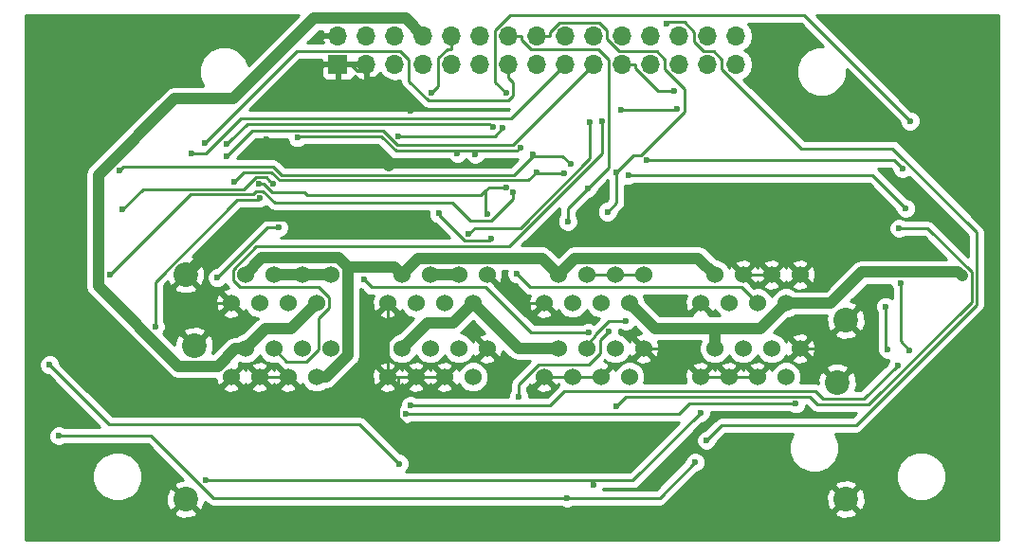
<source format=gtl>
G04 #@! TF.FileFunction,Copper,L1,Top,Signal*
%FSLAX46Y46*%
G04 Gerber Fmt 4.6, Leading zero omitted, Abs format (unit mm)*
G04 Created by KiCad (PCBNEW 4.0.6) date 06/24/17 11:43:18*
%MOMM*%
%LPD*%
G01*
G04 APERTURE LIST*
%ADD10C,0.100000*%
%ADD11C,1.524000*%
%ADD12C,2.200000*%
%ADD13R,1.700000X1.700000*%
%ADD14O,1.700000X1.700000*%
%ADD15C,0.600000*%
%ADD16C,1.000000*%
%ADD17C,0.250000*%
%ADD18C,0.254000*%
G04 APERTURE END LIST*
D10*
D11*
X147955000Y-110490000D03*
X149225000Y-107950000D03*
X150495000Y-110490000D03*
X151765000Y-107950000D03*
X153035000Y-110490000D03*
X154305000Y-107950000D03*
X155575000Y-110490000D03*
X156845000Y-107950000D03*
X161925000Y-110490000D03*
X163195000Y-107950000D03*
X164465000Y-110490000D03*
X165735000Y-107950000D03*
X167005000Y-110490000D03*
X168275000Y-107950000D03*
X169545000Y-110490000D03*
X170815000Y-107950000D03*
X175895000Y-110490000D03*
X177165000Y-107950000D03*
X178435000Y-110490000D03*
X179705000Y-107950000D03*
X180975000Y-110490000D03*
X182245000Y-107950000D03*
X183515000Y-110490000D03*
X184785000Y-107950000D03*
X189865000Y-110490000D03*
X191135000Y-107950000D03*
X192405000Y-110490000D03*
X193675000Y-107950000D03*
X194945000Y-110490000D03*
X196215000Y-107950000D03*
X197485000Y-110490000D03*
X198755000Y-107950000D03*
X156845000Y-101346000D03*
X155575000Y-103886000D03*
X154305000Y-101346000D03*
X153035000Y-103886000D03*
X151765000Y-101346000D03*
X150495000Y-103886000D03*
X149225000Y-101346000D03*
X147955000Y-103886000D03*
X170815000Y-101346000D03*
X169545000Y-103886000D03*
X168275000Y-101346000D03*
X167005000Y-103886000D03*
X165735000Y-101346000D03*
X164465000Y-103886000D03*
X163195000Y-101346000D03*
X161925000Y-103886000D03*
X184785000Y-101346000D03*
X183515000Y-103886000D03*
X182245000Y-101346000D03*
X180975000Y-103886000D03*
X179705000Y-101346000D03*
X178435000Y-103886000D03*
X177165000Y-101346000D03*
X175895000Y-103886000D03*
X198755000Y-101346000D03*
X197485000Y-103886000D03*
X196215000Y-101346000D03*
X194945000Y-103886000D03*
X193675000Y-101346000D03*
X192405000Y-103886000D03*
X191135000Y-101346000D03*
X189865000Y-103886000D03*
D12*
X144655000Y-107690000D03*
X143880000Y-101340000D03*
X143880000Y-121415000D03*
X202830000Y-121415000D03*
X202075000Y-110990000D03*
X202825000Y-105410000D03*
D13*
X157480000Y-82550000D03*
D14*
X157480000Y-80010000D03*
X160020000Y-82550000D03*
X160020000Y-80010000D03*
X162560000Y-82550000D03*
X162560000Y-80010000D03*
X165100000Y-82550000D03*
X165100000Y-80010000D03*
X167640000Y-82550000D03*
X167640000Y-80010000D03*
X170180000Y-82550000D03*
X170180000Y-80010000D03*
X172720000Y-82550000D03*
X172720000Y-80010000D03*
X175260000Y-82550000D03*
X175260000Y-80010000D03*
X177800000Y-82550000D03*
X177800000Y-80010000D03*
X180340000Y-82550000D03*
X180340000Y-80010000D03*
X182880000Y-82550000D03*
X182880000Y-80010000D03*
X185420000Y-82550000D03*
X185420000Y-80010000D03*
X187960000Y-82550000D03*
X187960000Y-80010000D03*
X190500000Y-82550000D03*
X190500000Y-80010000D03*
X193040000Y-82550000D03*
X193040000Y-80010000D03*
D15*
X134683500Y-109601000D03*
X148145500Y-79057500D03*
X141922500Y-82929698D03*
X138176000Y-79946500D03*
X135382000Y-83058000D03*
X130810000Y-84201000D03*
X134937500Y-87947500D03*
X130873500Y-90106500D03*
X133667500Y-93218000D03*
X130619500Y-94996000D03*
X135382000Y-106553000D03*
X134747000Y-103822500D03*
X157861000Y-96139000D03*
X163703000Y-97726500D03*
X162369500Y-96647000D03*
X160147000Y-96202500D03*
X164401500Y-91630500D03*
X162052000Y-91630500D03*
X151066496Y-89281000D03*
X154368500Y-84328000D03*
X152146000Y-86106000D03*
X150558500Y-90551000D03*
X163954900Y-86737000D03*
X172425600Y-115823400D03*
X174831500Y-118222800D03*
X213205600Y-101476700D03*
X162912400Y-118243300D03*
X131742000Y-109420700D03*
X189386400Y-118117600D03*
X177961800Y-121297600D03*
X132548000Y-115738400D03*
X180312600Y-120177800D03*
X145660900Y-119723600D03*
X189847700Y-113716700D03*
X163949200Y-113042100D03*
X207456000Y-109472300D03*
X206393400Y-104204000D03*
X206551000Y-108025700D03*
X163538600Y-113796300D03*
X198380000Y-112898400D03*
X207750600Y-102127600D03*
X208529700Y-108093500D03*
X148187600Y-93081010D03*
X175219100Y-92184600D03*
X177691500Y-92310000D03*
X178242100Y-91448900D03*
X137990700Y-91997600D03*
X174910700Y-90628000D03*
X151665919Y-93227702D03*
X153860500Y-89090500D03*
X173769700Y-90007600D03*
X138243700Y-95536600D03*
X168156100Y-90504800D03*
X169744100Y-90587500D03*
X173153476Y-93979173D03*
X137142800Y-101345300D03*
X183404500Y-92452200D03*
X208189800Y-95414900D03*
X185011100Y-91110100D03*
X207889700Y-91869900D03*
X172484000Y-85090700D03*
X208563400Y-87606700D03*
X181633200Y-106412100D03*
X173616000Y-112233800D03*
X207597900Y-97202200D03*
X182339700Y-113078400D03*
X186856600Y-78878100D03*
X190396500Y-116166900D03*
X162891904Y-88981596D03*
X172193000Y-88256800D03*
X159783600Y-101774100D03*
X179851200Y-106550600D03*
X182377000Y-92217900D03*
X181547600Y-95722500D03*
X179812300Y-93655000D03*
X178009100Y-96583400D03*
X150431874Y-93253978D03*
X172490771Y-93531021D03*
X170829500Y-95909600D03*
X166475100Y-95885000D03*
X171153600Y-98130200D03*
X165829600Y-85127900D03*
X181044800Y-87619700D03*
X179995100Y-87731300D03*
X169154500Y-97701800D03*
X183212400Y-105475300D03*
X182803000Y-86619000D03*
X187784800Y-86543700D03*
X173479900Y-101279900D03*
X150496893Y-94503990D03*
X141159900Y-106011000D03*
X187548200Y-84892800D03*
X147525100Y-90768300D03*
X152161032Y-97139010D03*
X146719900Y-101625500D03*
X144437700Y-90512300D03*
X171338300Y-88168800D03*
X147580000Y-89662800D03*
X145598600Y-89556400D03*
D16*
X133096000Y-108140500D02*
X133223000Y-108140500D01*
X133223000Y-108140500D02*
X134683500Y-109601000D01*
X133350000Y-95758000D02*
X131381500Y-95758000D01*
X145794698Y-79057500D02*
X148145500Y-79057500D01*
X141922500Y-82929698D02*
X145794698Y-79057500D01*
X138176000Y-80264000D02*
X138176000Y-79946500D01*
X135382000Y-83058000D02*
X138176000Y-80264000D01*
X131191000Y-84201000D02*
X130810000Y-84201000D01*
X134937500Y-87947500D02*
X131191000Y-84201000D01*
X130873500Y-90424000D02*
X130873500Y-90106500D01*
X133667500Y-93218000D02*
X130873500Y-90424000D01*
X131381500Y-95758000D02*
X130619500Y-94996000D01*
X175702600Y-99883600D02*
X177165000Y-101346000D01*
X164657400Y-99883600D02*
X175702600Y-99883600D01*
X163195000Y-101346000D02*
X164657400Y-99883600D01*
X189663800Y-99874800D02*
X191135000Y-101346000D01*
X178636200Y-99874800D02*
X189663800Y-99874800D01*
X177165000Y-101346000D02*
X178636200Y-99874800D01*
X162545900Y-100696900D02*
X158343800Y-100696900D01*
X163195000Y-101346000D02*
X162545900Y-100696900D01*
X157509300Y-99862400D02*
X158343800Y-100696900D01*
X150708600Y-99862400D02*
X157509300Y-99862400D01*
X149225000Y-101346000D02*
X150708600Y-99862400D01*
X156396300Y-110490000D02*
X155575000Y-110490000D01*
X158343800Y-108542500D02*
X156396300Y-110490000D01*
X158343800Y-100696900D02*
X158343800Y-108542500D01*
X135382000Y-104457500D02*
X135382000Y-106553000D01*
X134747000Y-103822500D02*
X135382000Y-104457500D01*
X160591500Y-96647000D02*
X162369500Y-96647000D01*
X160147000Y-96202500D02*
X160591500Y-96647000D01*
X149161500Y-96139000D02*
X157861000Y-96139000D01*
X157861000Y-96139000D02*
X157988000Y-96139000D01*
X144979999Y-100240001D02*
X145060499Y-100240001D01*
X143880000Y-101340000D02*
X144979999Y-100240001D01*
X145060499Y-100240001D02*
X149161500Y-96139000D01*
X160591500Y-90551000D02*
X160909000Y-90551000D01*
X160909000Y-90551000D02*
X161988500Y-91630500D01*
X161988500Y-91630500D02*
X162052000Y-91630500D01*
X150558500Y-90551000D02*
X160591500Y-90551000D01*
D17*
X151066496Y-89705264D02*
X151066496Y-89281000D01*
X151066496Y-90043004D02*
X151066496Y-89705264D01*
X150558500Y-90551000D02*
X151066496Y-90043004D01*
X153924000Y-84328000D02*
X154368500Y-84328000D01*
X152146000Y-86106000D02*
X153924000Y-84328000D01*
X193675000Y-101346000D02*
X196215000Y-101346000D01*
X179705000Y-101346000D02*
X182245000Y-101346000D01*
X182245000Y-101346000D02*
X184785000Y-101346000D01*
D16*
X151765000Y-101346000D02*
X154305000Y-101346000D01*
D17*
X194945000Y-110490000D02*
X192405000Y-110490000D01*
X192405000Y-110490000D02*
X189865000Y-110490000D01*
X187325000Y-107950000D02*
X184785000Y-107950000D01*
X189865000Y-110490000D02*
X187325000Y-107950000D01*
X167005000Y-110490000D02*
X164465000Y-110490000D01*
X153035000Y-110490000D02*
X150495000Y-110490000D01*
D16*
X154305000Y-101346000D02*
X156845000Y-101346000D01*
D17*
X178435000Y-110490000D02*
X175895000Y-110490000D01*
X180975000Y-110490000D02*
X178435000Y-110490000D01*
X161925000Y-110490000D02*
X161925000Y-103886000D01*
X164465000Y-110490000D02*
X162902100Y-110490000D01*
X162902100Y-110490000D02*
X161925000Y-110490000D01*
D16*
X165735000Y-101346000D02*
X168275000Y-101346000D01*
D17*
X160943200Y-83725300D02*
X163954900Y-86737000D01*
X160020000Y-83725300D02*
X160943200Y-83725300D01*
X164608300Y-115823400D02*
X172425600Y-115823400D01*
X162902100Y-114117200D02*
X164608300Y-115823400D01*
X162902100Y-110490000D02*
X162902100Y-114117200D01*
X174825000Y-118222800D02*
X172425600Y-115823400D01*
X174831500Y-118222800D02*
X174825000Y-118222800D01*
X173355000Y-103886000D02*
X175895000Y-103886000D01*
X170815000Y-101346000D02*
X173355000Y-103886000D01*
X160020000Y-82550000D02*
X160020000Y-83137600D01*
X160020000Y-83137600D02*
X160020000Y-83725300D01*
X159242900Y-83137600D02*
X158655300Y-82550000D01*
X160020000Y-83137600D02*
X159242900Y-83137600D01*
X157480000Y-82550000D02*
X158655300Y-82550000D01*
X146426000Y-105919000D02*
X144655000Y-107690000D01*
X146426000Y-103886000D02*
X146426000Y-105919000D01*
X147955000Y-103886000D02*
X146426000Y-103886000D01*
X146426000Y-103886000D02*
X143880000Y-101340000D01*
X200285000Y-109200000D02*
X202075000Y-110990000D01*
X200285000Y-107950000D02*
X200285000Y-109200000D01*
X198755000Y-107950000D02*
X200285000Y-107950000D01*
X200285000Y-107950000D02*
X202825000Y-105410000D01*
D16*
X191135000Y-106164100D02*
X191135000Y-107950000D01*
X173609000Y-107950000D02*
X177165000Y-107950000D01*
X169545000Y-103886000D02*
X173609000Y-107950000D01*
X185793100Y-106164100D02*
X183515000Y-103886000D01*
X191135000Y-106164100D02*
X185793100Y-106164100D01*
X167759100Y-105671900D02*
X169545000Y-103886000D01*
X165473100Y-105671900D02*
X167759100Y-105671900D01*
X163195000Y-107950000D02*
X165473100Y-105671900D01*
X195206900Y-106164100D02*
X197485000Y-103886000D01*
X191135000Y-106164100D02*
X195206900Y-106164100D01*
X212835900Y-101107000D02*
X213205600Y-101476700D01*
X204268800Y-101107000D02*
X212835900Y-101107000D01*
X201489800Y-103886000D02*
X204268800Y-101107000D01*
X197485000Y-103886000D02*
X201489800Y-103886000D01*
X151010900Y-106164100D02*
X149225000Y-107950000D01*
X153296900Y-106164100D02*
X151010900Y-106164100D01*
X155575000Y-103886000D02*
X153296900Y-106164100D01*
X148332000Y-107950000D02*
X149225000Y-107950000D01*
X146749500Y-109532500D02*
X148332000Y-107950000D01*
X143263700Y-109532500D02*
X146749500Y-109532500D01*
X136097200Y-102366000D02*
X143263700Y-109532500D01*
X136097200Y-92435700D02*
X136097200Y-102366000D01*
X142906300Y-85626600D02*
X136097200Y-92435700D01*
X148155600Y-85626600D02*
X142906300Y-85626600D01*
X155338500Y-78443700D02*
X148155600Y-85626600D01*
X163533700Y-78443700D02*
X155338500Y-78443700D01*
X165100000Y-80010000D02*
X163533700Y-78443700D01*
D17*
X137071900Y-114750600D02*
X131742000Y-109420700D01*
X159419700Y-114750600D02*
X137071900Y-114750600D01*
X162912400Y-118243300D02*
X159419700Y-114750600D01*
X186206400Y-121297600D02*
X177961800Y-121297600D01*
X189386400Y-118117600D02*
X186206400Y-121297600D01*
X146350600Y-121297600D02*
X177961800Y-121297600D01*
X140791400Y-115738400D02*
X146350600Y-121297600D01*
X132548000Y-115738400D02*
X140791400Y-115738400D01*
X183814500Y-119749900D02*
X180312600Y-119749900D01*
X189847700Y-113716700D02*
X183814500Y-119749900D01*
X180286300Y-119723600D02*
X180312600Y-119749900D01*
X145660900Y-119723600D02*
X180286300Y-119723600D01*
X180312600Y-119749900D02*
X180312600Y-120177800D01*
X204449200Y-112479100D02*
X207456000Y-109472300D01*
X200773400Y-112479100D02*
X204449200Y-112479100D01*
X200087200Y-111792900D02*
X200773400Y-112479100D01*
X177687400Y-111792900D02*
X200087200Y-111792900D01*
X176438200Y-113042100D02*
X177687400Y-111792900D01*
X163949200Y-113042100D02*
X176438200Y-113042100D01*
X206393400Y-107868100D02*
X206551000Y-108025700D01*
X206393400Y-104204000D02*
X206393400Y-107868100D01*
X188838500Y-112898400D02*
X198380000Y-112898400D01*
X187940600Y-113796300D02*
X188838500Y-112898400D01*
X163538600Y-113796300D02*
X187940600Y-113796300D01*
X207750600Y-107314400D02*
X208529700Y-108093500D01*
X207750600Y-102127600D02*
X207750600Y-107314400D01*
X149089645Y-92178965D02*
X148487599Y-92781011D01*
X151542186Y-92178965D02*
X149089645Y-92178965D01*
X152269232Y-92906011D02*
X151542186Y-92178965D01*
X148487599Y-92781011D02*
X148187600Y-93081010D01*
X174497689Y-92906011D02*
X152269232Y-92906011D01*
X175219100Y-92184600D02*
X174497689Y-92906011D01*
X175344500Y-92310000D02*
X175219100Y-92184600D01*
X177691500Y-92310000D02*
X175344500Y-92310000D01*
X137990700Y-91997600D02*
X138290699Y-91697601D01*
X138290699Y-91697601D02*
X151697232Y-91697601D01*
X151697232Y-91697601D02*
X152455631Y-92456000D01*
X173207200Y-92456000D02*
X174910700Y-90752500D01*
X152455631Y-92456000D02*
X173207200Y-92456000D01*
X174910700Y-90628000D02*
X174910700Y-90752500D01*
X177545700Y-90752500D02*
X178242100Y-91448900D01*
X174910700Y-90752500D02*
X177545700Y-90752500D01*
X151067193Y-92628976D02*
X151365920Y-92927703D01*
X150131872Y-92628976D02*
X151067193Y-92628976D01*
X140074288Y-93706012D02*
X149054836Y-93706012D01*
X151365920Y-92927703D02*
X151665919Y-93227702D01*
X138243700Y-95536600D02*
X140074288Y-93706012D01*
X149054836Y-93706012D02*
X150131872Y-92628976D01*
X153987500Y-88963500D02*
X153860500Y-89090500D01*
X168156100Y-90290400D02*
X162680400Y-90290400D01*
X162680400Y-90290400D02*
X161353500Y-88963500D01*
X161353500Y-88963500D02*
X153987500Y-88963500D01*
X168156100Y-90290400D02*
X168156100Y-90504800D01*
X169744100Y-90290400D02*
X169744100Y-90587500D01*
X173486900Y-90290400D02*
X169744100Y-90290400D01*
X173769700Y-90007600D02*
X173486900Y-90290400D01*
X169744100Y-90290400D02*
X168156100Y-90290400D01*
X173153476Y-94541924D02*
X173153476Y-94403437D01*
X150796895Y-93878988D02*
X151850896Y-94932989D01*
X144291612Y-94196488D02*
X149879391Y-94196488D01*
X173153476Y-94403437D02*
X173153476Y-93979173D01*
X151850896Y-94932989D02*
X167674089Y-94932989D01*
X137142800Y-101345300D02*
X144291612Y-94196488D01*
X149879391Y-94196488D02*
X150196891Y-93878988D01*
X167674089Y-94932989D02*
X169302700Y-96561600D01*
X169302700Y-96561600D02*
X171133800Y-96561600D01*
X171133800Y-96561600D02*
X173153476Y-94541924D01*
X150196891Y-93878988D02*
X150796895Y-93878988D01*
X205227100Y-92452200D02*
X208189800Y-95414900D01*
X183404500Y-92452200D02*
X205227100Y-92452200D01*
X207129900Y-91110100D02*
X207889700Y-91869900D01*
X185011100Y-91110100D02*
X207129900Y-91110100D01*
X199147900Y-78191200D02*
X208563400Y-87606700D01*
X172849300Y-78191200D02*
X199147900Y-78191200D01*
X171526000Y-79514500D02*
X172849300Y-78191200D01*
X171526000Y-84132700D02*
X171526000Y-79514500D01*
X172484000Y-85090700D02*
X171526000Y-84132700D01*
X173616000Y-111156400D02*
X173616000Y-112233800D01*
X175369800Y-109402600D02*
X173616000Y-111156400D01*
X179846100Y-109402600D02*
X175369800Y-109402600D01*
X180889800Y-108358900D02*
X179846100Y-109402600D01*
X180889800Y-107155500D02*
X180889800Y-108358900D01*
X181633200Y-106412100D02*
X180889800Y-107155500D01*
X183174800Y-112243300D02*
X182339700Y-113078400D01*
X199576400Y-112243300D02*
X183174800Y-112243300D01*
X200262600Y-112929500D02*
X199576400Y-112243300D01*
X204899200Y-112929500D02*
X200262600Y-112929500D01*
X214062300Y-103766400D02*
X204899200Y-112929500D01*
X214062300Y-101131700D02*
X214062300Y-103766400D01*
X210132800Y-97202200D02*
X214062300Y-101131700D01*
X207597900Y-97202200D02*
X210132800Y-97202200D01*
X186949000Y-78785700D02*
X186856600Y-78878100D01*
X188413700Y-78785700D02*
X186949000Y-78785700D01*
X189324600Y-79696600D02*
X188413700Y-78785700D01*
X189324600Y-80535600D02*
X189324600Y-79696600D01*
X190163600Y-81374600D02*
X189324600Y-80535600D01*
X191025600Y-81374600D02*
X190163600Y-81374600D01*
X191770000Y-82119000D02*
X191025600Y-81374600D01*
X191770000Y-82986800D02*
X191770000Y-82119000D01*
X198845600Y-90062400D02*
X191770000Y-82986800D01*
X207022000Y-90062400D02*
X198845600Y-90062400D01*
X214512700Y-97553100D02*
X207022000Y-90062400D01*
X214512700Y-104025800D02*
X214512700Y-97553100D01*
X203722700Y-114815800D02*
X214512700Y-104025800D01*
X191747600Y-114815800D02*
X203722700Y-114815800D01*
X190396500Y-116166900D02*
X191747600Y-114815800D01*
X171468204Y-88981596D02*
X163316168Y-88981596D01*
X172193000Y-88256800D02*
X171468204Y-88981596D01*
X163316168Y-88981596D02*
X162891904Y-88981596D01*
X174721600Y-106550600D02*
X179851200Y-106550600D01*
X170643200Y-102472200D02*
X174721600Y-106550600D01*
X160481700Y-102472200D02*
X170643200Y-102472200D01*
X159783600Y-101774100D02*
X160481700Y-102472200D01*
X183893500Y-90701400D02*
X182377000Y-92217900D01*
X184535400Y-90701400D02*
X183893500Y-90701400D01*
X188440000Y-86796800D02*
X184535400Y-90701400D01*
X188440000Y-84718800D02*
X188440000Y-86796800D01*
X186690000Y-82968800D02*
X188440000Y-84718800D01*
X186690000Y-82119000D02*
X186690000Y-82968800D01*
X185945600Y-81374600D02*
X186690000Y-82119000D01*
X182580400Y-81374600D02*
X185945600Y-81374600D01*
X181516700Y-80310900D02*
X182580400Y-81374600D01*
X181516700Y-79501300D02*
X181516700Y-80310900D01*
X180808400Y-78793000D02*
X181516700Y-79501300D01*
X177285000Y-78793000D02*
X180808400Y-78793000D01*
X176435300Y-79642700D02*
X177285000Y-78793000D01*
X176435300Y-80010000D02*
X176435300Y-79642700D01*
X175260000Y-80010000D02*
X176435300Y-80010000D01*
X182377000Y-94893100D02*
X181547600Y-95722500D01*
X182377000Y-92217900D02*
X182377000Y-94893100D01*
X181670100Y-91797200D02*
X179812300Y-93655000D01*
X181670100Y-82141100D02*
X181670100Y-91797200D01*
X180714300Y-81185300D02*
X181670100Y-82141100D01*
X174703200Y-81185300D02*
X180714300Y-81185300D01*
X173895300Y-80377400D02*
X174703200Y-81185300D01*
X173895300Y-80010000D02*
X173895300Y-80377400D01*
X172720000Y-80010000D02*
X173895300Y-80010000D01*
X178009100Y-95458200D02*
X178009100Y-96583400D01*
X179812300Y-93655000D02*
X178009100Y-95458200D01*
X150808296Y-93253978D02*
X150431874Y-93253978D01*
X170667000Y-93829100D02*
X170215069Y-94281031D01*
X151571906Y-94017588D02*
X150808296Y-93253978D01*
X154758183Y-94281031D02*
X154494740Y-94017588D01*
X170215069Y-94281031D02*
X154758183Y-94281031D01*
X154494740Y-94017588D02*
X151571906Y-94017588D01*
X170667000Y-93829100D02*
X170965079Y-93531021D01*
X170965079Y-93531021D02*
X172066507Y-93531021D01*
X172066507Y-93531021D02*
X172490771Y-93531021D01*
X170667000Y-95747100D02*
X170829500Y-95909600D01*
X170667000Y-93829100D02*
X170667000Y-95747100D01*
X170956700Y-98327100D02*
X171153600Y-98130200D01*
X168792100Y-98327100D02*
X170956700Y-98327100D01*
X166475100Y-96010100D02*
X168792100Y-98327100D01*
X166475100Y-95885000D02*
X166475100Y-96010100D01*
X166464700Y-84492800D02*
X165829600Y-85127900D01*
X166464700Y-81993200D02*
X166464700Y-84492800D01*
X167272600Y-81185300D02*
X166464700Y-81993200D01*
X167640000Y-81185300D02*
X167272600Y-81185300D01*
X167640000Y-80010000D02*
X167640000Y-81185300D01*
X152918500Y-109103500D02*
X151765000Y-107950000D01*
X154697000Y-109103500D02*
X152918500Y-109103500D01*
X155757600Y-108042900D02*
X154697000Y-109103500D01*
X155757600Y-105241200D02*
X155757600Y-108042900D01*
X156706400Y-104292400D02*
X155757600Y-105241200D01*
X156706400Y-103420200D02*
X156706400Y-104292400D01*
X155769300Y-102483100D02*
X156706400Y-103420200D01*
X148751100Y-102483100D02*
X155769300Y-102483100D01*
X148119400Y-101851400D02*
X148751100Y-102483100D01*
X148119400Y-100886200D02*
X148119400Y-101851400D01*
X150180600Y-98825000D02*
X148119400Y-100886200D01*
X172754400Y-98825000D02*
X150180600Y-98825000D01*
X181044800Y-90534600D02*
X172754400Y-98825000D01*
X181044800Y-87619700D02*
X181044800Y-90534600D01*
X169691100Y-97165200D02*
X169154500Y-97701800D01*
X173777300Y-97165200D02*
X169691100Y-97165200D01*
X179995100Y-90947400D02*
X173777300Y-97165200D01*
X179995100Y-87731300D02*
X179995100Y-90947400D01*
X181685700Y-105475300D02*
X183212400Y-105475300D01*
X180476500Y-106684500D02*
X181685700Y-105475300D01*
X180476500Y-106809700D02*
X180476500Y-106684500D01*
X179705000Y-107581200D02*
X180476500Y-106809700D01*
X179705000Y-107950000D02*
X179705000Y-107581200D01*
X187709500Y-86619000D02*
X187784800Y-86543700D01*
X182803000Y-86619000D02*
X187709500Y-86619000D01*
X193531200Y-102472200D02*
X194945000Y-103886000D01*
X174672200Y-102472200D02*
X193531200Y-102472200D01*
X173479900Y-101279900D02*
X174672200Y-102472200D01*
X141159900Y-106011000D02*
X141159900Y-101994900D01*
X141159900Y-101994900D02*
X148475811Y-94678989D01*
X148475811Y-94678989D02*
X150321894Y-94678989D01*
X150321894Y-94678989D02*
X150496893Y-94503990D01*
X186030800Y-84892800D02*
X187548200Y-84892800D01*
X184055300Y-82917300D02*
X186030800Y-84892800D01*
X184055300Y-82550000D02*
X184055300Y-82917300D01*
X182880000Y-82550000D02*
X184055300Y-82550000D01*
X173108600Y-89781400D02*
X179490001Y-83399999D01*
X147525100Y-90768300D02*
X149827902Y-88465498D01*
X161491908Y-88465498D02*
X162807810Y-89781400D01*
X149827902Y-88465498D02*
X161491908Y-88465498D01*
X179490001Y-83399999D02*
X180340000Y-82550000D01*
X162807810Y-89781400D02*
X173108600Y-89781400D01*
X151206390Y-97139010D02*
X151736768Y-97139010D01*
X151736768Y-97139010D02*
X152161032Y-97139010D01*
X146719900Y-101625500D02*
X151206390Y-97139010D01*
X144861964Y-90512300D02*
X144437700Y-90512300D01*
X172975024Y-87374976D02*
X148805524Y-87374976D01*
X148805524Y-87374976D02*
X145668200Y-90512300D01*
X177800000Y-82550000D02*
X172975024Y-87374976D01*
X145668200Y-90512300D02*
X144861964Y-90512300D01*
X147879999Y-89362801D02*
X147580000Y-89662800D01*
X171038301Y-87868801D02*
X149373999Y-87868801D01*
X171338300Y-88168800D02*
X171038301Y-87868801D01*
X149373999Y-87868801D02*
X147879999Y-89362801D01*
X153780400Y-81374600D02*
X145598600Y-89556400D01*
X163080300Y-81374600D02*
X153780400Y-81374600D01*
X163830000Y-82124300D02*
X163080300Y-81374600D01*
X163830000Y-84040300D02*
X163830000Y-82124300D01*
X165548300Y-85758600D02*
X163830000Y-84040300D01*
X172727300Y-85758600D02*
X165548300Y-85758600D01*
X173129900Y-85356000D02*
X172727300Y-85758600D01*
X173129900Y-84135200D02*
X173129900Y-85356000D01*
X172720000Y-83725300D02*
X173129900Y-84135200D01*
X172720000Y-82550000D02*
X172720000Y-83725300D01*
D18*
G36*
X149520096Y-82656972D02*
X149215845Y-81920628D01*
X148587679Y-81291364D01*
X147766519Y-80950389D01*
X146877381Y-80949613D01*
X146055628Y-81289155D01*
X145426364Y-81917321D01*
X145085389Y-82738481D01*
X145084613Y-83627619D01*
X145424155Y-84449372D01*
X145466309Y-84491600D01*
X142906300Y-84491600D01*
X142471955Y-84577996D01*
X142103734Y-84824033D01*
X135294634Y-91633134D01*
X135048597Y-92001354D01*
X134962200Y-92435700D01*
X134962200Y-102366000D01*
X135048597Y-102800346D01*
X135268438Y-103129361D01*
X135294634Y-103168566D01*
X142461133Y-110335066D01*
X142639508Y-110454252D01*
X142829354Y-110581103D01*
X143263700Y-110667500D01*
X146565136Y-110667500D01*
X146573638Y-110837368D01*
X146732603Y-111221143D01*
X146974787Y-111290608D01*
X147775395Y-110490000D01*
X148134605Y-110490000D01*
X148935213Y-111290608D01*
X149177397Y-111221143D01*
X149221453Y-111097656D01*
X149272603Y-111221143D01*
X149514787Y-111290608D01*
X150315395Y-110490000D01*
X150674605Y-110490000D01*
X151475213Y-111290608D01*
X151717397Y-111221143D01*
X151761453Y-111097656D01*
X151812603Y-111221143D01*
X152054787Y-111290608D01*
X152855395Y-110490000D01*
X152054787Y-109689392D01*
X151812603Y-109758857D01*
X151768547Y-109882344D01*
X151717397Y-109758857D01*
X151475213Y-109689392D01*
X150674605Y-110490000D01*
X150315395Y-110490000D01*
X149514787Y-109689392D01*
X149272603Y-109758857D01*
X149228547Y-109882344D01*
X149177397Y-109758857D01*
X148935213Y-109689392D01*
X148134605Y-110490000D01*
X147775395Y-110490000D01*
X147761253Y-110475858D01*
X147940858Y-110296253D01*
X147955000Y-110310395D01*
X148755608Y-109509787D01*
X149694392Y-109509787D01*
X150495000Y-110310395D01*
X151295608Y-109509787D01*
X151226143Y-109267603D01*
X150702698Y-109080856D01*
X150147632Y-109108638D01*
X149763857Y-109267603D01*
X149694392Y-109509787D01*
X148755608Y-109509787D01*
X148686143Y-109267603D01*
X148637045Y-109250087D01*
X148659358Y-109227774D01*
X148945900Y-109346757D01*
X149501661Y-109347242D01*
X150015303Y-109135010D01*
X150408629Y-108742370D01*
X150494949Y-108534488D01*
X150579990Y-108740303D01*
X150972630Y-109133629D01*
X151485900Y-109346757D01*
X152041661Y-109347242D01*
X152074055Y-109333857D01*
X152237868Y-109497670D01*
X152234392Y-109509787D01*
X153035000Y-110310395D01*
X153049143Y-110296253D01*
X153228748Y-110475858D01*
X153214605Y-110490000D01*
X154015213Y-111290608D01*
X154257397Y-111221143D01*
X154307509Y-111080682D01*
X154389990Y-111280303D01*
X154782630Y-111673629D01*
X155295900Y-111886757D01*
X155851661Y-111887242D01*
X156365303Y-111675010D01*
X156420153Y-111620255D01*
X156830646Y-111538603D01*
X156932998Y-111470213D01*
X161124392Y-111470213D01*
X161193857Y-111712397D01*
X161717302Y-111899144D01*
X162272368Y-111871362D01*
X162656143Y-111712397D01*
X162725608Y-111470213D01*
X163664392Y-111470213D01*
X163733857Y-111712397D01*
X164257302Y-111899144D01*
X164812368Y-111871362D01*
X165196143Y-111712397D01*
X165265608Y-111470213D01*
X166204392Y-111470213D01*
X166273857Y-111712397D01*
X166797302Y-111899144D01*
X167352368Y-111871362D01*
X167736143Y-111712397D01*
X167805608Y-111470213D01*
X167005000Y-110669605D01*
X166204392Y-111470213D01*
X165265608Y-111470213D01*
X164465000Y-110669605D01*
X163664392Y-111470213D01*
X162725608Y-111470213D01*
X161925000Y-110669605D01*
X161124392Y-111470213D01*
X156932998Y-111470213D01*
X157198866Y-111292566D01*
X158209130Y-110282302D01*
X160515856Y-110282302D01*
X160543638Y-110837368D01*
X160702603Y-111221143D01*
X160944787Y-111290608D01*
X161745395Y-110490000D01*
X162104605Y-110490000D01*
X162905213Y-111290608D01*
X163147397Y-111221143D01*
X163191453Y-111097656D01*
X163242603Y-111221143D01*
X163484787Y-111290608D01*
X164285395Y-110490000D01*
X164644605Y-110490000D01*
X165445213Y-111290608D01*
X165687397Y-111221143D01*
X165731453Y-111097656D01*
X165782603Y-111221143D01*
X166024787Y-111290608D01*
X166825395Y-110490000D01*
X167184605Y-110490000D01*
X167985213Y-111290608D01*
X168227397Y-111221143D01*
X168277509Y-111080682D01*
X168359990Y-111280303D01*
X168752630Y-111673629D01*
X169265900Y-111886757D01*
X169821661Y-111887242D01*
X170335303Y-111675010D01*
X170728629Y-111282370D01*
X170941757Y-110769100D01*
X170942242Y-110213339D01*
X170730010Y-109699697D01*
X170337370Y-109306371D01*
X169824100Y-109093243D01*
X169268339Y-109092758D01*
X168754697Y-109304990D01*
X168361371Y-109697630D01*
X168281605Y-109889727D01*
X168227397Y-109758857D01*
X167985213Y-109689392D01*
X167184605Y-110490000D01*
X166825395Y-110490000D01*
X166024787Y-109689392D01*
X165782603Y-109758857D01*
X165738547Y-109882344D01*
X165687397Y-109758857D01*
X165445213Y-109689392D01*
X164644605Y-110490000D01*
X164285395Y-110490000D01*
X163484787Y-109689392D01*
X163242603Y-109758857D01*
X163198547Y-109882344D01*
X163147397Y-109758857D01*
X162905213Y-109689392D01*
X162104605Y-110490000D01*
X161745395Y-110490000D01*
X160944787Y-109689392D01*
X160702603Y-109758857D01*
X160515856Y-110282302D01*
X158209130Y-110282302D01*
X158981645Y-109509787D01*
X161124392Y-109509787D01*
X161925000Y-110310395D01*
X162725608Y-109509787D01*
X163664392Y-109509787D01*
X164465000Y-110310395D01*
X165265608Y-109509787D01*
X166204392Y-109509787D01*
X167005000Y-110310395D01*
X167805608Y-109509787D01*
X167736143Y-109267603D01*
X167212698Y-109080856D01*
X166657632Y-109108638D01*
X166273857Y-109267603D01*
X166204392Y-109509787D01*
X165265608Y-109509787D01*
X165196143Y-109267603D01*
X164672698Y-109080856D01*
X164117632Y-109108638D01*
X163733857Y-109267603D01*
X163664392Y-109509787D01*
X162725608Y-109509787D01*
X162656143Y-109267603D01*
X162132698Y-109080856D01*
X161577632Y-109108638D01*
X161193857Y-109267603D01*
X161124392Y-109509787D01*
X158981645Y-109509787D01*
X159146366Y-109345066D01*
X159198125Y-109267603D01*
X159392403Y-108976846D01*
X159478800Y-108542500D01*
X159478800Y-104866213D01*
X161124392Y-104866213D01*
X161193857Y-105108397D01*
X161717302Y-105295144D01*
X162272368Y-105267362D01*
X162656143Y-105108397D01*
X162725608Y-104866213D01*
X161925000Y-104065605D01*
X161124392Y-104866213D01*
X159478800Y-104866213D01*
X159478800Y-102659939D01*
X159596801Y-102708938D01*
X159643677Y-102708979D01*
X159944299Y-103009601D01*
X160190861Y-103174348D01*
X160481700Y-103232200D01*
X160675010Y-103232200D01*
X160515856Y-103678302D01*
X160543638Y-104233368D01*
X160702603Y-104617143D01*
X160944787Y-104686608D01*
X161745395Y-103886000D01*
X161731253Y-103871858D01*
X161910858Y-103692253D01*
X161925000Y-103706395D01*
X161939143Y-103692253D01*
X162118748Y-103871858D01*
X162104605Y-103886000D01*
X162905213Y-104686608D01*
X163147397Y-104617143D01*
X163197509Y-104476682D01*
X163279990Y-104676303D01*
X163672630Y-105069629D01*
X164185900Y-105282757D01*
X164257049Y-105282819D01*
X162987050Y-106552818D01*
X162918339Y-106552758D01*
X162404697Y-106764990D01*
X162011371Y-107157630D01*
X161798243Y-107670900D01*
X161797758Y-108226661D01*
X162009990Y-108740303D01*
X162402630Y-109133629D01*
X162915900Y-109346757D01*
X163471661Y-109347242D01*
X163985303Y-109135010D01*
X164378629Y-108742370D01*
X164464949Y-108534488D01*
X164549990Y-108740303D01*
X164942630Y-109133629D01*
X165455900Y-109346757D01*
X166011661Y-109347242D01*
X166525303Y-109135010D01*
X166918629Y-108742370D01*
X167004949Y-108534488D01*
X167089990Y-108740303D01*
X167482630Y-109133629D01*
X167995900Y-109346757D01*
X168551661Y-109347242D01*
X169065303Y-109135010D01*
X169270457Y-108930213D01*
X170014392Y-108930213D01*
X170083857Y-109172397D01*
X170607302Y-109359144D01*
X171162368Y-109331362D01*
X171546143Y-109172397D01*
X171615608Y-108930213D01*
X170815000Y-108129605D01*
X170014392Y-108930213D01*
X169270457Y-108930213D01*
X169458629Y-108742370D01*
X169538395Y-108550273D01*
X169592603Y-108681143D01*
X169834787Y-108750608D01*
X170635395Y-107950000D01*
X169834787Y-107149392D01*
X169592603Y-107218857D01*
X169542491Y-107359318D01*
X169460010Y-107159697D01*
X169067370Y-106766371D01*
X168554100Y-106553243D01*
X168443912Y-106553147D01*
X168561666Y-106474466D01*
X169545000Y-105491132D01*
X170615124Y-106561256D01*
X170467632Y-106568638D01*
X170083857Y-106727603D01*
X170014392Y-106969787D01*
X170815000Y-107770395D01*
X170829143Y-107756253D01*
X171008748Y-107935858D01*
X170994605Y-107950000D01*
X171795213Y-108750608D01*
X172037397Y-108681143D01*
X172220837Y-108166969D01*
X172806434Y-108752566D01*
X173174654Y-108998603D01*
X173609000Y-109085000D01*
X174612598Y-109085000D01*
X173078599Y-110618999D01*
X172913852Y-110865561D01*
X172856000Y-111156400D01*
X172856000Y-111671337D01*
X172823808Y-111703473D01*
X172681162Y-112047001D01*
X172680957Y-112282100D01*
X164511663Y-112282100D01*
X164479527Y-112249908D01*
X164135999Y-112107262D01*
X163764033Y-112106938D01*
X163420257Y-112248983D01*
X163157008Y-112511773D01*
X163014362Y-112855301D01*
X163014235Y-113001291D01*
X163009657Y-113003183D01*
X162746408Y-113265973D01*
X162603762Y-113609501D01*
X162603438Y-113981467D01*
X162745483Y-114325243D01*
X163008273Y-114588492D01*
X163351801Y-114731138D01*
X163723767Y-114731462D01*
X164067543Y-114589417D01*
X164100718Y-114556300D01*
X187933298Y-114556300D01*
X183499698Y-118989900D01*
X180418518Y-118989900D01*
X180286300Y-118963600D01*
X163514287Y-118963600D01*
X163704592Y-118773627D01*
X163847238Y-118430099D01*
X163847562Y-118058133D01*
X163705517Y-117714357D01*
X163442727Y-117451108D01*
X163099199Y-117308462D01*
X163052323Y-117308421D01*
X159957101Y-114213199D01*
X159710539Y-114048452D01*
X159419700Y-113990600D01*
X137386702Y-113990600D01*
X134866315Y-111470213D01*
X147154392Y-111470213D01*
X147223857Y-111712397D01*
X147747302Y-111899144D01*
X148302368Y-111871362D01*
X148686143Y-111712397D01*
X148755608Y-111470213D01*
X149694392Y-111470213D01*
X149763857Y-111712397D01*
X150287302Y-111899144D01*
X150842368Y-111871362D01*
X151226143Y-111712397D01*
X151295608Y-111470213D01*
X152234392Y-111470213D01*
X152303857Y-111712397D01*
X152827302Y-111899144D01*
X153382368Y-111871362D01*
X153766143Y-111712397D01*
X153835608Y-111470213D01*
X153035000Y-110669605D01*
X152234392Y-111470213D01*
X151295608Y-111470213D01*
X150495000Y-110669605D01*
X149694392Y-111470213D01*
X148755608Y-111470213D01*
X147955000Y-110669605D01*
X147154392Y-111470213D01*
X134866315Y-111470213D01*
X132677122Y-109281020D01*
X132677162Y-109235533D01*
X132535117Y-108891757D01*
X132272327Y-108628508D01*
X131928799Y-108485862D01*
X131556833Y-108485538D01*
X131213057Y-108627583D01*
X130949808Y-108890373D01*
X130807162Y-109233901D01*
X130806838Y-109605867D01*
X130948883Y-109949643D01*
X131211673Y-110212892D01*
X131555201Y-110355538D01*
X131602077Y-110355579D01*
X136224898Y-114978400D01*
X133110463Y-114978400D01*
X133078327Y-114946208D01*
X132734799Y-114803562D01*
X132362833Y-114803238D01*
X132019057Y-114945283D01*
X131755808Y-115208073D01*
X131613162Y-115551601D01*
X131612838Y-115923567D01*
X131754883Y-116267343D01*
X132017673Y-116530592D01*
X132361201Y-116673238D01*
X132733167Y-116673562D01*
X133076943Y-116531517D01*
X133110118Y-116498400D01*
X140476598Y-116498400D01*
X143664307Y-119686109D01*
X143478547Y-119692164D01*
X142945641Y-119912901D01*
X142834737Y-120190132D01*
X143880000Y-121235395D01*
X143894143Y-121221253D01*
X144073748Y-121400858D01*
X144059605Y-121415000D01*
X145104868Y-122460263D01*
X145382099Y-122349359D01*
X145625323Y-121703407D01*
X145623427Y-121645229D01*
X145813199Y-121835001D01*
X146059761Y-121999748D01*
X146350600Y-122057600D01*
X177399337Y-122057600D01*
X177431473Y-122089792D01*
X177775001Y-122232438D01*
X178146967Y-122232762D01*
X178490743Y-122090717D01*
X178523918Y-122057600D01*
X186206400Y-122057600D01*
X186497239Y-121999748D01*
X186743801Y-121835001D01*
X187452209Y-121126593D01*
X201084677Y-121126593D01*
X201107164Y-121816453D01*
X201327901Y-122349359D01*
X201605132Y-122460263D01*
X202650395Y-121415000D01*
X203009605Y-121415000D01*
X204054868Y-122460263D01*
X204332099Y-122349359D01*
X204575323Y-121703407D01*
X204552836Y-121013547D01*
X204332099Y-120480641D01*
X204054868Y-120369737D01*
X203009605Y-121415000D01*
X202650395Y-121415000D01*
X201605132Y-120369737D01*
X201327901Y-120480641D01*
X201084677Y-121126593D01*
X187452209Y-121126593D01*
X188388670Y-120190132D01*
X201784737Y-120190132D01*
X202830000Y-121235395D01*
X203875263Y-120190132D01*
X203764359Y-119912901D01*
X203524589Y-119822619D01*
X207314613Y-119822619D01*
X207654155Y-120644372D01*
X208282321Y-121273636D01*
X209103481Y-121614611D01*
X209992619Y-121615387D01*
X210814372Y-121275845D01*
X211443636Y-120647679D01*
X211784611Y-119826519D01*
X211785387Y-118937381D01*
X211445845Y-118115628D01*
X210817679Y-117486364D01*
X209996519Y-117145389D01*
X209107381Y-117144613D01*
X208285628Y-117484155D01*
X207656364Y-118112321D01*
X207315389Y-118933481D01*
X207314613Y-119822619D01*
X203524589Y-119822619D01*
X203118407Y-119669677D01*
X202428547Y-119692164D01*
X201895641Y-119912901D01*
X201784737Y-120190132D01*
X188388670Y-120190132D01*
X189526080Y-119052722D01*
X189571567Y-119052762D01*
X189915343Y-118910717D01*
X190178592Y-118647927D01*
X190321238Y-118304399D01*
X190321562Y-117932433D01*
X190179517Y-117588657D01*
X189916727Y-117325408D01*
X189573199Y-117182762D01*
X189201233Y-117182438D01*
X188857457Y-117324483D01*
X188594208Y-117587273D01*
X188451562Y-117930801D01*
X188451521Y-117977677D01*
X185891598Y-120537600D01*
X181175601Y-120537600D01*
X181187103Y-120509900D01*
X183814500Y-120509900D01*
X184105339Y-120452048D01*
X184351901Y-120287301D01*
X189987380Y-114651822D01*
X190032867Y-114651862D01*
X190376643Y-114509817D01*
X190639892Y-114247027D01*
X190782538Y-113903499D01*
X190782751Y-113658400D01*
X197817537Y-113658400D01*
X197849673Y-113690592D01*
X198193201Y-113833238D01*
X198565167Y-113833562D01*
X198908943Y-113691517D01*
X199172192Y-113428727D01*
X199314838Y-113085199D01*
X199314863Y-113056565D01*
X199725199Y-113466901D01*
X199971760Y-113631648D01*
X200262600Y-113689500D01*
X203774198Y-113689500D01*
X203407898Y-114055800D01*
X191747600Y-114055800D01*
X191456761Y-114113652D01*
X191210199Y-114278399D01*
X190256820Y-115231778D01*
X190211333Y-115231738D01*
X189867557Y-115373783D01*
X189604308Y-115636573D01*
X189461662Y-115980101D01*
X189461338Y-116352067D01*
X189603383Y-116695843D01*
X189866173Y-116959092D01*
X190209701Y-117101738D01*
X190581667Y-117102062D01*
X190925443Y-116960017D01*
X191188692Y-116697227D01*
X191331338Y-116353699D01*
X191331379Y-116306823D01*
X192062402Y-115575800D01*
X198129919Y-115575800D01*
X197790389Y-116393481D01*
X197789613Y-117282619D01*
X198129155Y-118104372D01*
X198757321Y-118733636D01*
X199578481Y-119074611D01*
X200467619Y-119075387D01*
X201289372Y-118735845D01*
X201918636Y-118107679D01*
X202259611Y-117286519D01*
X202260387Y-116397381D01*
X201920916Y-115575800D01*
X203722700Y-115575800D01*
X204013539Y-115517948D01*
X204260101Y-115353201D01*
X215050101Y-104563201D01*
X215214848Y-104316640D01*
X215272700Y-104025800D01*
X215272700Y-97553100D01*
X215214848Y-97262261D01*
X215050101Y-97015699D01*
X207559401Y-89524999D01*
X207312839Y-89360252D01*
X207022000Y-89302400D01*
X199160402Y-89302400D01*
X193728639Y-83870637D01*
X194090054Y-83629147D01*
X194411961Y-83147378D01*
X194525000Y-82579093D01*
X194525000Y-82520907D01*
X194411961Y-81952622D01*
X194090054Y-81470853D01*
X193804422Y-81280000D01*
X194090054Y-81089147D01*
X194411961Y-80607378D01*
X194525000Y-80039093D01*
X194525000Y-79980907D01*
X194411961Y-79412622D01*
X194103649Y-78951200D01*
X198833098Y-78951200D01*
X200832047Y-80950149D01*
X200217381Y-80949613D01*
X199395628Y-81289155D01*
X198766364Y-81917321D01*
X198425389Y-82738481D01*
X198424613Y-83627619D01*
X198764155Y-84449372D01*
X199392321Y-85078636D01*
X200213481Y-85419611D01*
X201102619Y-85420387D01*
X201924372Y-85080845D01*
X202553636Y-84452679D01*
X202894611Y-83631519D01*
X202895151Y-83013253D01*
X207628278Y-87746380D01*
X207628238Y-87791867D01*
X207770283Y-88135643D01*
X208033073Y-88398892D01*
X208376601Y-88541538D01*
X208748567Y-88541862D01*
X209092343Y-88399817D01*
X209355592Y-88137027D01*
X209498238Y-87793499D01*
X209498562Y-87421533D01*
X209356517Y-87077757D01*
X209093727Y-86814508D01*
X208750199Y-86671862D01*
X208703323Y-86671821D01*
X200211502Y-78180000D01*
X216460000Y-78180000D01*
X216460000Y-125020000D01*
X129615000Y-125020000D01*
X129615000Y-122639868D01*
X142834737Y-122639868D01*
X142945641Y-122917099D01*
X143591593Y-123160323D01*
X144281453Y-123137836D01*
X144814359Y-122917099D01*
X144925263Y-122639868D01*
X201784737Y-122639868D01*
X201895641Y-122917099D01*
X202541593Y-123160323D01*
X203231453Y-123137836D01*
X203764359Y-122917099D01*
X203875263Y-122639868D01*
X202830000Y-121594605D01*
X201784737Y-122639868D01*
X144925263Y-122639868D01*
X143880000Y-121594605D01*
X142834737Y-122639868D01*
X129615000Y-122639868D01*
X129615000Y-119822619D01*
X135559613Y-119822619D01*
X135899155Y-120644372D01*
X136527321Y-121273636D01*
X137348481Y-121614611D01*
X138237619Y-121615387D01*
X139059372Y-121275845D01*
X139208884Y-121126593D01*
X142134677Y-121126593D01*
X142157164Y-121816453D01*
X142377901Y-122349359D01*
X142655132Y-122460263D01*
X143700395Y-121415000D01*
X142655132Y-120369737D01*
X142377901Y-120480641D01*
X142134677Y-121126593D01*
X139208884Y-121126593D01*
X139688636Y-120647679D01*
X140029611Y-119826519D01*
X140030387Y-118937381D01*
X139690845Y-118115628D01*
X139062679Y-117486364D01*
X138241519Y-117145389D01*
X137352381Y-117144613D01*
X136530628Y-117484155D01*
X135901364Y-118112321D01*
X135560389Y-118933481D01*
X135559613Y-119822619D01*
X129615000Y-119822619D01*
X129615000Y-78180000D01*
X153997068Y-78180000D01*
X149520096Y-82656972D01*
X149520096Y-82656972D01*
G37*
X149520096Y-82656972D02*
X149215845Y-81920628D01*
X148587679Y-81291364D01*
X147766519Y-80950389D01*
X146877381Y-80949613D01*
X146055628Y-81289155D01*
X145426364Y-81917321D01*
X145085389Y-82738481D01*
X145084613Y-83627619D01*
X145424155Y-84449372D01*
X145466309Y-84491600D01*
X142906300Y-84491600D01*
X142471955Y-84577996D01*
X142103734Y-84824033D01*
X135294634Y-91633134D01*
X135048597Y-92001354D01*
X134962200Y-92435700D01*
X134962200Y-102366000D01*
X135048597Y-102800346D01*
X135268438Y-103129361D01*
X135294634Y-103168566D01*
X142461133Y-110335066D01*
X142639508Y-110454252D01*
X142829354Y-110581103D01*
X143263700Y-110667500D01*
X146565136Y-110667500D01*
X146573638Y-110837368D01*
X146732603Y-111221143D01*
X146974787Y-111290608D01*
X147775395Y-110490000D01*
X148134605Y-110490000D01*
X148935213Y-111290608D01*
X149177397Y-111221143D01*
X149221453Y-111097656D01*
X149272603Y-111221143D01*
X149514787Y-111290608D01*
X150315395Y-110490000D01*
X150674605Y-110490000D01*
X151475213Y-111290608D01*
X151717397Y-111221143D01*
X151761453Y-111097656D01*
X151812603Y-111221143D01*
X152054787Y-111290608D01*
X152855395Y-110490000D01*
X152054787Y-109689392D01*
X151812603Y-109758857D01*
X151768547Y-109882344D01*
X151717397Y-109758857D01*
X151475213Y-109689392D01*
X150674605Y-110490000D01*
X150315395Y-110490000D01*
X149514787Y-109689392D01*
X149272603Y-109758857D01*
X149228547Y-109882344D01*
X149177397Y-109758857D01*
X148935213Y-109689392D01*
X148134605Y-110490000D01*
X147775395Y-110490000D01*
X147761253Y-110475858D01*
X147940858Y-110296253D01*
X147955000Y-110310395D01*
X148755608Y-109509787D01*
X149694392Y-109509787D01*
X150495000Y-110310395D01*
X151295608Y-109509787D01*
X151226143Y-109267603D01*
X150702698Y-109080856D01*
X150147632Y-109108638D01*
X149763857Y-109267603D01*
X149694392Y-109509787D01*
X148755608Y-109509787D01*
X148686143Y-109267603D01*
X148637045Y-109250087D01*
X148659358Y-109227774D01*
X148945900Y-109346757D01*
X149501661Y-109347242D01*
X150015303Y-109135010D01*
X150408629Y-108742370D01*
X150494949Y-108534488D01*
X150579990Y-108740303D01*
X150972630Y-109133629D01*
X151485900Y-109346757D01*
X152041661Y-109347242D01*
X152074055Y-109333857D01*
X152237868Y-109497670D01*
X152234392Y-109509787D01*
X153035000Y-110310395D01*
X153049143Y-110296253D01*
X153228748Y-110475858D01*
X153214605Y-110490000D01*
X154015213Y-111290608D01*
X154257397Y-111221143D01*
X154307509Y-111080682D01*
X154389990Y-111280303D01*
X154782630Y-111673629D01*
X155295900Y-111886757D01*
X155851661Y-111887242D01*
X156365303Y-111675010D01*
X156420153Y-111620255D01*
X156830646Y-111538603D01*
X156932998Y-111470213D01*
X161124392Y-111470213D01*
X161193857Y-111712397D01*
X161717302Y-111899144D01*
X162272368Y-111871362D01*
X162656143Y-111712397D01*
X162725608Y-111470213D01*
X163664392Y-111470213D01*
X163733857Y-111712397D01*
X164257302Y-111899144D01*
X164812368Y-111871362D01*
X165196143Y-111712397D01*
X165265608Y-111470213D01*
X166204392Y-111470213D01*
X166273857Y-111712397D01*
X166797302Y-111899144D01*
X167352368Y-111871362D01*
X167736143Y-111712397D01*
X167805608Y-111470213D01*
X167005000Y-110669605D01*
X166204392Y-111470213D01*
X165265608Y-111470213D01*
X164465000Y-110669605D01*
X163664392Y-111470213D01*
X162725608Y-111470213D01*
X161925000Y-110669605D01*
X161124392Y-111470213D01*
X156932998Y-111470213D01*
X157198866Y-111292566D01*
X158209130Y-110282302D01*
X160515856Y-110282302D01*
X160543638Y-110837368D01*
X160702603Y-111221143D01*
X160944787Y-111290608D01*
X161745395Y-110490000D01*
X162104605Y-110490000D01*
X162905213Y-111290608D01*
X163147397Y-111221143D01*
X163191453Y-111097656D01*
X163242603Y-111221143D01*
X163484787Y-111290608D01*
X164285395Y-110490000D01*
X164644605Y-110490000D01*
X165445213Y-111290608D01*
X165687397Y-111221143D01*
X165731453Y-111097656D01*
X165782603Y-111221143D01*
X166024787Y-111290608D01*
X166825395Y-110490000D01*
X167184605Y-110490000D01*
X167985213Y-111290608D01*
X168227397Y-111221143D01*
X168277509Y-111080682D01*
X168359990Y-111280303D01*
X168752630Y-111673629D01*
X169265900Y-111886757D01*
X169821661Y-111887242D01*
X170335303Y-111675010D01*
X170728629Y-111282370D01*
X170941757Y-110769100D01*
X170942242Y-110213339D01*
X170730010Y-109699697D01*
X170337370Y-109306371D01*
X169824100Y-109093243D01*
X169268339Y-109092758D01*
X168754697Y-109304990D01*
X168361371Y-109697630D01*
X168281605Y-109889727D01*
X168227397Y-109758857D01*
X167985213Y-109689392D01*
X167184605Y-110490000D01*
X166825395Y-110490000D01*
X166024787Y-109689392D01*
X165782603Y-109758857D01*
X165738547Y-109882344D01*
X165687397Y-109758857D01*
X165445213Y-109689392D01*
X164644605Y-110490000D01*
X164285395Y-110490000D01*
X163484787Y-109689392D01*
X163242603Y-109758857D01*
X163198547Y-109882344D01*
X163147397Y-109758857D01*
X162905213Y-109689392D01*
X162104605Y-110490000D01*
X161745395Y-110490000D01*
X160944787Y-109689392D01*
X160702603Y-109758857D01*
X160515856Y-110282302D01*
X158209130Y-110282302D01*
X158981645Y-109509787D01*
X161124392Y-109509787D01*
X161925000Y-110310395D01*
X162725608Y-109509787D01*
X163664392Y-109509787D01*
X164465000Y-110310395D01*
X165265608Y-109509787D01*
X166204392Y-109509787D01*
X167005000Y-110310395D01*
X167805608Y-109509787D01*
X167736143Y-109267603D01*
X167212698Y-109080856D01*
X166657632Y-109108638D01*
X166273857Y-109267603D01*
X166204392Y-109509787D01*
X165265608Y-109509787D01*
X165196143Y-109267603D01*
X164672698Y-109080856D01*
X164117632Y-109108638D01*
X163733857Y-109267603D01*
X163664392Y-109509787D01*
X162725608Y-109509787D01*
X162656143Y-109267603D01*
X162132698Y-109080856D01*
X161577632Y-109108638D01*
X161193857Y-109267603D01*
X161124392Y-109509787D01*
X158981645Y-109509787D01*
X159146366Y-109345066D01*
X159198125Y-109267603D01*
X159392403Y-108976846D01*
X159478800Y-108542500D01*
X159478800Y-104866213D01*
X161124392Y-104866213D01*
X161193857Y-105108397D01*
X161717302Y-105295144D01*
X162272368Y-105267362D01*
X162656143Y-105108397D01*
X162725608Y-104866213D01*
X161925000Y-104065605D01*
X161124392Y-104866213D01*
X159478800Y-104866213D01*
X159478800Y-102659939D01*
X159596801Y-102708938D01*
X159643677Y-102708979D01*
X159944299Y-103009601D01*
X160190861Y-103174348D01*
X160481700Y-103232200D01*
X160675010Y-103232200D01*
X160515856Y-103678302D01*
X160543638Y-104233368D01*
X160702603Y-104617143D01*
X160944787Y-104686608D01*
X161745395Y-103886000D01*
X161731253Y-103871858D01*
X161910858Y-103692253D01*
X161925000Y-103706395D01*
X161939143Y-103692253D01*
X162118748Y-103871858D01*
X162104605Y-103886000D01*
X162905213Y-104686608D01*
X163147397Y-104617143D01*
X163197509Y-104476682D01*
X163279990Y-104676303D01*
X163672630Y-105069629D01*
X164185900Y-105282757D01*
X164257049Y-105282819D01*
X162987050Y-106552818D01*
X162918339Y-106552758D01*
X162404697Y-106764990D01*
X162011371Y-107157630D01*
X161798243Y-107670900D01*
X161797758Y-108226661D01*
X162009990Y-108740303D01*
X162402630Y-109133629D01*
X162915900Y-109346757D01*
X163471661Y-109347242D01*
X163985303Y-109135010D01*
X164378629Y-108742370D01*
X164464949Y-108534488D01*
X164549990Y-108740303D01*
X164942630Y-109133629D01*
X165455900Y-109346757D01*
X166011661Y-109347242D01*
X166525303Y-109135010D01*
X166918629Y-108742370D01*
X167004949Y-108534488D01*
X167089990Y-108740303D01*
X167482630Y-109133629D01*
X167995900Y-109346757D01*
X168551661Y-109347242D01*
X169065303Y-109135010D01*
X169270457Y-108930213D01*
X170014392Y-108930213D01*
X170083857Y-109172397D01*
X170607302Y-109359144D01*
X171162368Y-109331362D01*
X171546143Y-109172397D01*
X171615608Y-108930213D01*
X170815000Y-108129605D01*
X170014392Y-108930213D01*
X169270457Y-108930213D01*
X169458629Y-108742370D01*
X169538395Y-108550273D01*
X169592603Y-108681143D01*
X169834787Y-108750608D01*
X170635395Y-107950000D01*
X169834787Y-107149392D01*
X169592603Y-107218857D01*
X169542491Y-107359318D01*
X169460010Y-107159697D01*
X169067370Y-106766371D01*
X168554100Y-106553243D01*
X168443912Y-106553147D01*
X168561666Y-106474466D01*
X169545000Y-105491132D01*
X170615124Y-106561256D01*
X170467632Y-106568638D01*
X170083857Y-106727603D01*
X170014392Y-106969787D01*
X170815000Y-107770395D01*
X170829143Y-107756253D01*
X171008748Y-107935858D01*
X170994605Y-107950000D01*
X171795213Y-108750608D01*
X172037397Y-108681143D01*
X172220837Y-108166969D01*
X172806434Y-108752566D01*
X173174654Y-108998603D01*
X173609000Y-109085000D01*
X174612598Y-109085000D01*
X173078599Y-110618999D01*
X172913852Y-110865561D01*
X172856000Y-111156400D01*
X172856000Y-111671337D01*
X172823808Y-111703473D01*
X172681162Y-112047001D01*
X172680957Y-112282100D01*
X164511663Y-112282100D01*
X164479527Y-112249908D01*
X164135999Y-112107262D01*
X163764033Y-112106938D01*
X163420257Y-112248983D01*
X163157008Y-112511773D01*
X163014362Y-112855301D01*
X163014235Y-113001291D01*
X163009657Y-113003183D01*
X162746408Y-113265973D01*
X162603762Y-113609501D01*
X162603438Y-113981467D01*
X162745483Y-114325243D01*
X163008273Y-114588492D01*
X163351801Y-114731138D01*
X163723767Y-114731462D01*
X164067543Y-114589417D01*
X164100718Y-114556300D01*
X187933298Y-114556300D01*
X183499698Y-118989900D01*
X180418518Y-118989900D01*
X180286300Y-118963600D01*
X163514287Y-118963600D01*
X163704592Y-118773627D01*
X163847238Y-118430099D01*
X163847562Y-118058133D01*
X163705517Y-117714357D01*
X163442727Y-117451108D01*
X163099199Y-117308462D01*
X163052323Y-117308421D01*
X159957101Y-114213199D01*
X159710539Y-114048452D01*
X159419700Y-113990600D01*
X137386702Y-113990600D01*
X134866315Y-111470213D01*
X147154392Y-111470213D01*
X147223857Y-111712397D01*
X147747302Y-111899144D01*
X148302368Y-111871362D01*
X148686143Y-111712397D01*
X148755608Y-111470213D01*
X149694392Y-111470213D01*
X149763857Y-111712397D01*
X150287302Y-111899144D01*
X150842368Y-111871362D01*
X151226143Y-111712397D01*
X151295608Y-111470213D01*
X152234392Y-111470213D01*
X152303857Y-111712397D01*
X152827302Y-111899144D01*
X153382368Y-111871362D01*
X153766143Y-111712397D01*
X153835608Y-111470213D01*
X153035000Y-110669605D01*
X152234392Y-111470213D01*
X151295608Y-111470213D01*
X150495000Y-110669605D01*
X149694392Y-111470213D01*
X148755608Y-111470213D01*
X147955000Y-110669605D01*
X147154392Y-111470213D01*
X134866315Y-111470213D01*
X132677122Y-109281020D01*
X132677162Y-109235533D01*
X132535117Y-108891757D01*
X132272327Y-108628508D01*
X131928799Y-108485862D01*
X131556833Y-108485538D01*
X131213057Y-108627583D01*
X130949808Y-108890373D01*
X130807162Y-109233901D01*
X130806838Y-109605867D01*
X130948883Y-109949643D01*
X131211673Y-110212892D01*
X131555201Y-110355538D01*
X131602077Y-110355579D01*
X136224898Y-114978400D01*
X133110463Y-114978400D01*
X133078327Y-114946208D01*
X132734799Y-114803562D01*
X132362833Y-114803238D01*
X132019057Y-114945283D01*
X131755808Y-115208073D01*
X131613162Y-115551601D01*
X131612838Y-115923567D01*
X131754883Y-116267343D01*
X132017673Y-116530592D01*
X132361201Y-116673238D01*
X132733167Y-116673562D01*
X133076943Y-116531517D01*
X133110118Y-116498400D01*
X140476598Y-116498400D01*
X143664307Y-119686109D01*
X143478547Y-119692164D01*
X142945641Y-119912901D01*
X142834737Y-120190132D01*
X143880000Y-121235395D01*
X143894143Y-121221253D01*
X144073748Y-121400858D01*
X144059605Y-121415000D01*
X145104868Y-122460263D01*
X145382099Y-122349359D01*
X145625323Y-121703407D01*
X145623427Y-121645229D01*
X145813199Y-121835001D01*
X146059761Y-121999748D01*
X146350600Y-122057600D01*
X177399337Y-122057600D01*
X177431473Y-122089792D01*
X177775001Y-122232438D01*
X178146967Y-122232762D01*
X178490743Y-122090717D01*
X178523918Y-122057600D01*
X186206400Y-122057600D01*
X186497239Y-121999748D01*
X186743801Y-121835001D01*
X187452209Y-121126593D01*
X201084677Y-121126593D01*
X201107164Y-121816453D01*
X201327901Y-122349359D01*
X201605132Y-122460263D01*
X202650395Y-121415000D01*
X203009605Y-121415000D01*
X204054868Y-122460263D01*
X204332099Y-122349359D01*
X204575323Y-121703407D01*
X204552836Y-121013547D01*
X204332099Y-120480641D01*
X204054868Y-120369737D01*
X203009605Y-121415000D01*
X202650395Y-121415000D01*
X201605132Y-120369737D01*
X201327901Y-120480641D01*
X201084677Y-121126593D01*
X187452209Y-121126593D01*
X188388670Y-120190132D01*
X201784737Y-120190132D01*
X202830000Y-121235395D01*
X203875263Y-120190132D01*
X203764359Y-119912901D01*
X203524589Y-119822619D01*
X207314613Y-119822619D01*
X207654155Y-120644372D01*
X208282321Y-121273636D01*
X209103481Y-121614611D01*
X209992619Y-121615387D01*
X210814372Y-121275845D01*
X211443636Y-120647679D01*
X211784611Y-119826519D01*
X211785387Y-118937381D01*
X211445845Y-118115628D01*
X210817679Y-117486364D01*
X209996519Y-117145389D01*
X209107381Y-117144613D01*
X208285628Y-117484155D01*
X207656364Y-118112321D01*
X207315389Y-118933481D01*
X207314613Y-119822619D01*
X203524589Y-119822619D01*
X203118407Y-119669677D01*
X202428547Y-119692164D01*
X201895641Y-119912901D01*
X201784737Y-120190132D01*
X188388670Y-120190132D01*
X189526080Y-119052722D01*
X189571567Y-119052762D01*
X189915343Y-118910717D01*
X190178592Y-118647927D01*
X190321238Y-118304399D01*
X190321562Y-117932433D01*
X190179517Y-117588657D01*
X189916727Y-117325408D01*
X189573199Y-117182762D01*
X189201233Y-117182438D01*
X188857457Y-117324483D01*
X188594208Y-117587273D01*
X188451562Y-117930801D01*
X188451521Y-117977677D01*
X185891598Y-120537600D01*
X181175601Y-120537600D01*
X181187103Y-120509900D01*
X183814500Y-120509900D01*
X184105339Y-120452048D01*
X184351901Y-120287301D01*
X189987380Y-114651822D01*
X190032867Y-114651862D01*
X190376643Y-114509817D01*
X190639892Y-114247027D01*
X190782538Y-113903499D01*
X190782751Y-113658400D01*
X197817537Y-113658400D01*
X197849673Y-113690592D01*
X198193201Y-113833238D01*
X198565167Y-113833562D01*
X198908943Y-113691517D01*
X199172192Y-113428727D01*
X199314838Y-113085199D01*
X199314863Y-113056565D01*
X199725199Y-113466901D01*
X199971760Y-113631648D01*
X200262600Y-113689500D01*
X203774198Y-113689500D01*
X203407898Y-114055800D01*
X191747600Y-114055800D01*
X191456761Y-114113652D01*
X191210199Y-114278399D01*
X190256820Y-115231778D01*
X190211333Y-115231738D01*
X189867557Y-115373783D01*
X189604308Y-115636573D01*
X189461662Y-115980101D01*
X189461338Y-116352067D01*
X189603383Y-116695843D01*
X189866173Y-116959092D01*
X190209701Y-117101738D01*
X190581667Y-117102062D01*
X190925443Y-116960017D01*
X191188692Y-116697227D01*
X191331338Y-116353699D01*
X191331379Y-116306823D01*
X192062402Y-115575800D01*
X198129919Y-115575800D01*
X197790389Y-116393481D01*
X197789613Y-117282619D01*
X198129155Y-118104372D01*
X198757321Y-118733636D01*
X199578481Y-119074611D01*
X200467619Y-119075387D01*
X201289372Y-118735845D01*
X201918636Y-118107679D01*
X202259611Y-117286519D01*
X202260387Y-116397381D01*
X201920916Y-115575800D01*
X203722700Y-115575800D01*
X204013539Y-115517948D01*
X204260101Y-115353201D01*
X215050101Y-104563201D01*
X215214848Y-104316640D01*
X215272700Y-104025800D01*
X215272700Y-97553100D01*
X215214848Y-97262261D01*
X215050101Y-97015699D01*
X207559401Y-89524999D01*
X207312839Y-89360252D01*
X207022000Y-89302400D01*
X199160402Y-89302400D01*
X193728639Y-83870637D01*
X194090054Y-83629147D01*
X194411961Y-83147378D01*
X194525000Y-82579093D01*
X194525000Y-82520907D01*
X194411961Y-81952622D01*
X194090054Y-81470853D01*
X193804422Y-81280000D01*
X194090054Y-81089147D01*
X194411961Y-80607378D01*
X194525000Y-80039093D01*
X194525000Y-79980907D01*
X194411961Y-79412622D01*
X194103649Y-78951200D01*
X198833098Y-78951200D01*
X200832047Y-80950149D01*
X200217381Y-80949613D01*
X199395628Y-81289155D01*
X198766364Y-81917321D01*
X198425389Y-82738481D01*
X198424613Y-83627619D01*
X198764155Y-84449372D01*
X199392321Y-85078636D01*
X200213481Y-85419611D01*
X201102619Y-85420387D01*
X201924372Y-85080845D01*
X202553636Y-84452679D01*
X202894611Y-83631519D01*
X202895151Y-83013253D01*
X207628278Y-87746380D01*
X207628238Y-87791867D01*
X207770283Y-88135643D01*
X208033073Y-88398892D01*
X208376601Y-88541538D01*
X208748567Y-88541862D01*
X209092343Y-88399817D01*
X209355592Y-88137027D01*
X209498238Y-87793499D01*
X209498562Y-87421533D01*
X209356517Y-87077757D01*
X209093727Y-86814508D01*
X208750199Y-86671862D01*
X208703323Y-86671821D01*
X200211502Y-78180000D01*
X216460000Y-78180000D01*
X216460000Y-125020000D01*
X129615000Y-125020000D01*
X129615000Y-122639868D01*
X142834737Y-122639868D01*
X142945641Y-122917099D01*
X143591593Y-123160323D01*
X144281453Y-123137836D01*
X144814359Y-122917099D01*
X144925263Y-122639868D01*
X201784737Y-122639868D01*
X201895641Y-122917099D01*
X202541593Y-123160323D01*
X203231453Y-123137836D01*
X203764359Y-122917099D01*
X203875263Y-122639868D01*
X202830000Y-121594605D01*
X201784737Y-122639868D01*
X144925263Y-122639868D01*
X143880000Y-121594605D01*
X142834737Y-122639868D01*
X129615000Y-122639868D01*
X129615000Y-119822619D01*
X135559613Y-119822619D01*
X135899155Y-120644372D01*
X136527321Y-121273636D01*
X137348481Y-121614611D01*
X138237619Y-121615387D01*
X139059372Y-121275845D01*
X139208884Y-121126593D01*
X142134677Y-121126593D01*
X142157164Y-121816453D01*
X142377901Y-122349359D01*
X142655132Y-122460263D01*
X143700395Y-121415000D01*
X142655132Y-120369737D01*
X142377901Y-120480641D01*
X142134677Y-121126593D01*
X139208884Y-121126593D01*
X139688636Y-120647679D01*
X140029611Y-119826519D01*
X140030387Y-118937381D01*
X139690845Y-118115628D01*
X139062679Y-117486364D01*
X138241519Y-117145389D01*
X137352381Y-117144613D01*
X136530628Y-117484155D01*
X135901364Y-118112321D01*
X135560389Y-118933481D01*
X135559613Y-119822619D01*
X129615000Y-119822619D01*
X129615000Y-78180000D01*
X153997068Y-78180000D01*
X149520096Y-82656972D01*
G36*
X176088748Y-110475858D02*
X176074605Y-110490000D01*
X176875213Y-111290608D01*
X177117397Y-111221143D01*
X177161453Y-111097656D01*
X177210178Y-111215289D01*
X177149999Y-111255499D01*
X176123398Y-112282100D01*
X174550959Y-112282100D01*
X174551162Y-112048633D01*
X174409117Y-111704857D01*
X174376000Y-111671682D01*
X174376000Y-111471202D01*
X174376989Y-111470213D01*
X175094392Y-111470213D01*
X175163857Y-111712397D01*
X175687302Y-111899144D01*
X176242368Y-111871362D01*
X176626143Y-111712397D01*
X176695608Y-111470213D01*
X175895000Y-110669605D01*
X175094392Y-111470213D01*
X174376989Y-111470213D01*
X174658971Y-111188231D01*
X174672603Y-111221143D01*
X174914787Y-111290608D01*
X175715395Y-110490000D01*
X175701253Y-110475858D01*
X175880858Y-110296253D01*
X175895000Y-110310395D01*
X175909143Y-110296253D01*
X176088748Y-110475858D01*
X176088748Y-110475858D01*
G37*
X176088748Y-110475858D02*
X176074605Y-110490000D01*
X176875213Y-111290608D01*
X177117397Y-111221143D01*
X177161453Y-111097656D01*
X177210178Y-111215289D01*
X177149999Y-111255499D01*
X176123398Y-112282100D01*
X174550959Y-112282100D01*
X174551162Y-112048633D01*
X174409117Y-111704857D01*
X174376000Y-111671682D01*
X174376000Y-111471202D01*
X174376989Y-111470213D01*
X175094392Y-111470213D01*
X175163857Y-111712397D01*
X175687302Y-111899144D01*
X176242368Y-111871362D01*
X176626143Y-111712397D01*
X176695608Y-111470213D01*
X175895000Y-110669605D01*
X175094392Y-111470213D01*
X174376989Y-111470213D01*
X174658971Y-111188231D01*
X174672603Y-111221143D01*
X174914787Y-111290608D01*
X175715395Y-110490000D01*
X175701253Y-110475858D01*
X175880858Y-110296253D01*
X175895000Y-110310395D01*
X175909143Y-110296253D01*
X176088748Y-110475858D01*
G36*
X206815438Y-102312767D02*
X206957483Y-102656543D01*
X206990600Y-102689718D01*
X206990600Y-103478798D01*
X206923727Y-103411808D01*
X206580199Y-103269162D01*
X206208233Y-103268838D01*
X205864457Y-103410883D01*
X205601208Y-103673673D01*
X205458562Y-104017201D01*
X205458238Y-104389167D01*
X205600283Y-104732943D01*
X205633400Y-104766118D01*
X205633400Y-107797387D01*
X205616162Y-107838901D01*
X205615838Y-108210867D01*
X205757883Y-108554643D01*
X206020673Y-108817892D01*
X206364201Y-108960538D01*
X206655994Y-108960792D01*
X206521162Y-109285501D01*
X206521121Y-109332377D01*
X204134398Y-111719100D01*
X203654386Y-111719100D01*
X203820323Y-111278407D01*
X203797836Y-110588547D01*
X203577099Y-110055641D01*
X203299868Y-109944737D01*
X202254605Y-110990000D01*
X202268748Y-111004143D01*
X202089143Y-111183748D01*
X202075000Y-111169605D01*
X202060858Y-111183748D01*
X201881253Y-111004143D01*
X201895395Y-110990000D01*
X200850132Y-109944737D01*
X200572901Y-110055641D01*
X200329677Y-110701593D01*
X200342129Y-111083609D01*
X200087200Y-111032900D01*
X198772218Y-111032900D01*
X198881757Y-110769100D01*
X198882242Y-110213339D01*
X198697048Y-109765132D01*
X201029737Y-109765132D01*
X202075000Y-110810395D01*
X203120263Y-109765132D01*
X203009359Y-109487901D01*
X202363407Y-109244677D01*
X201673547Y-109267164D01*
X201140641Y-109487901D01*
X201029737Y-109765132D01*
X198697048Y-109765132D01*
X198670010Y-109699697D01*
X198277370Y-109306371D01*
X197764100Y-109093243D01*
X197208339Y-109092758D01*
X196694697Y-109304990D01*
X196301371Y-109697630D01*
X196221605Y-109889727D01*
X196167397Y-109758857D01*
X195925213Y-109689392D01*
X195124605Y-110490000D01*
X195138748Y-110504143D01*
X194959143Y-110683748D01*
X194945000Y-110669605D01*
X194930858Y-110683748D01*
X194751253Y-110504143D01*
X194765395Y-110490000D01*
X193964787Y-109689392D01*
X193722603Y-109758857D01*
X193678547Y-109882344D01*
X193627397Y-109758857D01*
X193385213Y-109689392D01*
X192584605Y-110490000D01*
X192598748Y-110504143D01*
X192419143Y-110683748D01*
X192405000Y-110669605D01*
X192390858Y-110683748D01*
X192211253Y-110504143D01*
X192225395Y-110490000D01*
X191424787Y-109689392D01*
X191182603Y-109758857D01*
X191138547Y-109882344D01*
X191087397Y-109758857D01*
X190845213Y-109689392D01*
X190044605Y-110490000D01*
X190058748Y-110504143D01*
X189879143Y-110683748D01*
X189865000Y-110669605D01*
X189850858Y-110683748D01*
X189671253Y-110504143D01*
X189685395Y-110490000D01*
X188884787Y-109689392D01*
X188642603Y-109758857D01*
X188455856Y-110282302D01*
X188483638Y-110837368D01*
X188564630Y-111032900D01*
X184802218Y-111032900D01*
X184911757Y-110769100D01*
X184912242Y-110213339D01*
X184700010Y-109699697D01*
X184510432Y-109509787D01*
X189064392Y-109509787D01*
X189865000Y-110310395D01*
X190665608Y-109509787D01*
X191604392Y-109509787D01*
X192405000Y-110310395D01*
X193205608Y-109509787D01*
X194144392Y-109509787D01*
X194945000Y-110310395D01*
X195745608Y-109509787D01*
X195676143Y-109267603D01*
X195152698Y-109080856D01*
X194597632Y-109108638D01*
X194213857Y-109267603D01*
X194144392Y-109509787D01*
X193205608Y-109509787D01*
X193136143Y-109267603D01*
X192612698Y-109080856D01*
X192057632Y-109108638D01*
X191673857Y-109267603D01*
X191604392Y-109509787D01*
X190665608Y-109509787D01*
X190596143Y-109267603D01*
X190072698Y-109080856D01*
X189517632Y-109108638D01*
X189133857Y-109267603D01*
X189064392Y-109509787D01*
X184510432Y-109509787D01*
X184307370Y-109306371D01*
X183794100Y-109093243D01*
X183238339Y-109092758D01*
X182724697Y-109304990D01*
X182331371Y-109697630D01*
X182251605Y-109889727D01*
X182197397Y-109758857D01*
X181955213Y-109689392D01*
X181154605Y-110490000D01*
X181168748Y-110504143D01*
X180989143Y-110683748D01*
X180975000Y-110669605D01*
X180960858Y-110683748D01*
X180781253Y-110504143D01*
X180795395Y-110490000D01*
X180781253Y-110475858D01*
X180960858Y-110296253D01*
X180975000Y-110310395D01*
X181775608Y-109509787D01*
X181706143Y-109267603D01*
X181226883Y-109096619D01*
X181321366Y-109002136D01*
X181452630Y-109133629D01*
X181965900Y-109346757D01*
X182521661Y-109347242D01*
X183035303Y-109135010D01*
X183240457Y-108930213D01*
X183984392Y-108930213D01*
X184053857Y-109172397D01*
X184577302Y-109359144D01*
X185132368Y-109331362D01*
X185516143Y-109172397D01*
X185585608Y-108930213D01*
X184785000Y-108129605D01*
X183984392Y-108930213D01*
X183240457Y-108930213D01*
X183428629Y-108742370D01*
X183508395Y-108550273D01*
X183562603Y-108681143D01*
X183804787Y-108750608D01*
X184605395Y-107950000D01*
X183804787Y-107149392D01*
X183562603Y-107218857D01*
X183512491Y-107359318D01*
X183430010Y-107159697D01*
X183037370Y-106766371D01*
X182568062Y-106571498D01*
X182568355Y-106235300D01*
X182649937Y-106235300D01*
X182682073Y-106267492D01*
X183025601Y-106410138D01*
X183397567Y-106410462D01*
X183741343Y-106268417D01*
X184004592Y-106005627D01*
X184011899Y-105988031D01*
X184585124Y-106561256D01*
X184437632Y-106568638D01*
X184053857Y-106727603D01*
X183984392Y-106969787D01*
X184785000Y-107770395D01*
X184799143Y-107756253D01*
X184978748Y-107935858D01*
X184964605Y-107950000D01*
X185765213Y-108750608D01*
X186007397Y-108681143D01*
X186194144Y-108157698D01*
X186166362Y-107602632D01*
X186040635Y-107299100D01*
X189892628Y-107299100D01*
X189738243Y-107670900D01*
X189737758Y-108226661D01*
X189949990Y-108740303D01*
X190342630Y-109133629D01*
X190855900Y-109346757D01*
X191411661Y-109347242D01*
X191925303Y-109135010D01*
X192318629Y-108742370D01*
X192404949Y-108534488D01*
X192489990Y-108740303D01*
X192882630Y-109133629D01*
X193395900Y-109346757D01*
X193951661Y-109347242D01*
X194465303Y-109135010D01*
X194858629Y-108742370D01*
X194944949Y-108534488D01*
X195029990Y-108740303D01*
X195422630Y-109133629D01*
X195935900Y-109346757D01*
X196491661Y-109347242D01*
X197005303Y-109135010D01*
X197210457Y-108930213D01*
X197954392Y-108930213D01*
X198023857Y-109172397D01*
X198547302Y-109359144D01*
X199102368Y-109331362D01*
X199486143Y-109172397D01*
X199555608Y-108930213D01*
X198755000Y-108129605D01*
X197954392Y-108930213D01*
X197210457Y-108930213D01*
X197398629Y-108742370D01*
X197478395Y-108550273D01*
X197532603Y-108681143D01*
X197774787Y-108750608D01*
X198575395Y-107950000D01*
X198934605Y-107950000D01*
X199735213Y-108750608D01*
X199977397Y-108681143D01*
X200164144Y-108157698D01*
X200136362Y-107602632D01*
X199977397Y-107218857D01*
X199735213Y-107149392D01*
X198934605Y-107950000D01*
X198575395Y-107950000D01*
X197774787Y-107149392D01*
X197532603Y-107218857D01*
X197482491Y-107359318D01*
X197400010Y-107159697D01*
X197210432Y-106969787D01*
X197954392Y-106969787D01*
X198755000Y-107770395D01*
X199555608Y-106969787D01*
X199486143Y-106727603D01*
X199226211Y-106634868D01*
X201779737Y-106634868D01*
X201890641Y-106912099D01*
X202536593Y-107155323D01*
X203226453Y-107132836D01*
X203759359Y-106912099D01*
X203870263Y-106634868D01*
X202825000Y-105589605D01*
X201779737Y-106634868D01*
X199226211Y-106634868D01*
X198962698Y-106540856D01*
X198407632Y-106568638D01*
X198023857Y-106727603D01*
X197954392Y-106969787D01*
X197210432Y-106969787D01*
X197007370Y-106766371D01*
X196494100Y-106553243D01*
X196422951Y-106553181D01*
X197692950Y-105283182D01*
X197761661Y-105283242D01*
X198275303Y-105071010D01*
X198325400Y-105021000D01*
X201117554Y-105021000D01*
X201079677Y-105121593D01*
X201102164Y-105811453D01*
X201322901Y-106344359D01*
X201600132Y-106455263D01*
X202645395Y-105410000D01*
X203004605Y-105410000D01*
X204049868Y-106455263D01*
X204327099Y-106344359D01*
X204570323Y-105698407D01*
X204547836Y-105008547D01*
X204327099Y-104475641D01*
X204049868Y-104364737D01*
X203004605Y-105410000D01*
X202645395Y-105410000D01*
X202631253Y-105395858D01*
X202810858Y-105216253D01*
X202825000Y-105230395D01*
X203870263Y-104185132D01*
X203759359Y-103907901D01*
X203260768Y-103720164D01*
X204738933Y-102242000D01*
X206815500Y-102242000D01*
X206815438Y-102312767D01*
X206815438Y-102312767D01*
G37*
X206815438Y-102312767D02*
X206957483Y-102656543D01*
X206990600Y-102689718D01*
X206990600Y-103478798D01*
X206923727Y-103411808D01*
X206580199Y-103269162D01*
X206208233Y-103268838D01*
X205864457Y-103410883D01*
X205601208Y-103673673D01*
X205458562Y-104017201D01*
X205458238Y-104389167D01*
X205600283Y-104732943D01*
X205633400Y-104766118D01*
X205633400Y-107797387D01*
X205616162Y-107838901D01*
X205615838Y-108210867D01*
X205757883Y-108554643D01*
X206020673Y-108817892D01*
X206364201Y-108960538D01*
X206655994Y-108960792D01*
X206521162Y-109285501D01*
X206521121Y-109332377D01*
X204134398Y-111719100D01*
X203654386Y-111719100D01*
X203820323Y-111278407D01*
X203797836Y-110588547D01*
X203577099Y-110055641D01*
X203299868Y-109944737D01*
X202254605Y-110990000D01*
X202268748Y-111004143D01*
X202089143Y-111183748D01*
X202075000Y-111169605D01*
X202060858Y-111183748D01*
X201881253Y-111004143D01*
X201895395Y-110990000D01*
X200850132Y-109944737D01*
X200572901Y-110055641D01*
X200329677Y-110701593D01*
X200342129Y-111083609D01*
X200087200Y-111032900D01*
X198772218Y-111032900D01*
X198881757Y-110769100D01*
X198882242Y-110213339D01*
X198697048Y-109765132D01*
X201029737Y-109765132D01*
X202075000Y-110810395D01*
X203120263Y-109765132D01*
X203009359Y-109487901D01*
X202363407Y-109244677D01*
X201673547Y-109267164D01*
X201140641Y-109487901D01*
X201029737Y-109765132D01*
X198697048Y-109765132D01*
X198670010Y-109699697D01*
X198277370Y-109306371D01*
X197764100Y-109093243D01*
X197208339Y-109092758D01*
X196694697Y-109304990D01*
X196301371Y-109697630D01*
X196221605Y-109889727D01*
X196167397Y-109758857D01*
X195925213Y-109689392D01*
X195124605Y-110490000D01*
X195138748Y-110504143D01*
X194959143Y-110683748D01*
X194945000Y-110669605D01*
X194930858Y-110683748D01*
X194751253Y-110504143D01*
X194765395Y-110490000D01*
X193964787Y-109689392D01*
X193722603Y-109758857D01*
X193678547Y-109882344D01*
X193627397Y-109758857D01*
X193385213Y-109689392D01*
X192584605Y-110490000D01*
X192598748Y-110504143D01*
X192419143Y-110683748D01*
X192405000Y-110669605D01*
X192390858Y-110683748D01*
X192211253Y-110504143D01*
X192225395Y-110490000D01*
X191424787Y-109689392D01*
X191182603Y-109758857D01*
X191138547Y-109882344D01*
X191087397Y-109758857D01*
X190845213Y-109689392D01*
X190044605Y-110490000D01*
X190058748Y-110504143D01*
X189879143Y-110683748D01*
X189865000Y-110669605D01*
X189850858Y-110683748D01*
X189671253Y-110504143D01*
X189685395Y-110490000D01*
X188884787Y-109689392D01*
X188642603Y-109758857D01*
X188455856Y-110282302D01*
X188483638Y-110837368D01*
X188564630Y-111032900D01*
X184802218Y-111032900D01*
X184911757Y-110769100D01*
X184912242Y-110213339D01*
X184700010Y-109699697D01*
X184510432Y-109509787D01*
X189064392Y-109509787D01*
X189865000Y-110310395D01*
X190665608Y-109509787D01*
X191604392Y-109509787D01*
X192405000Y-110310395D01*
X193205608Y-109509787D01*
X194144392Y-109509787D01*
X194945000Y-110310395D01*
X195745608Y-109509787D01*
X195676143Y-109267603D01*
X195152698Y-109080856D01*
X194597632Y-109108638D01*
X194213857Y-109267603D01*
X194144392Y-109509787D01*
X193205608Y-109509787D01*
X193136143Y-109267603D01*
X192612698Y-109080856D01*
X192057632Y-109108638D01*
X191673857Y-109267603D01*
X191604392Y-109509787D01*
X190665608Y-109509787D01*
X190596143Y-109267603D01*
X190072698Y-109080856D01*
X189517632Y-109108638D01*
X189133857Y-109267603D01*
X189064392Y-109509787D01*
X184510432Y-109509787D01*
X184307370Y-109306371D01*
X183794100Y-109093243D01*
X183238339Y-109092758D01*
X182724697Y-109304990D01*
X182331371Y-109697630D01*
X182251605Y-109889727D01*
X182197397Y-109758857D01*
X181955213Y-109689392D01*
X181154605Y-110490000D01*
X181168748Y-110504143D01*
X180989143Y-110683748D01*
X180975000Y-110669605D01*
X180960858Y-110683748D01*
X180781253Y-110504143D01*
X180795395Y-110490000D01*
X180781253Y-110475858D01*
X180960858Y-110296253D01*
X180975000Y-110310395D01*
X181775608Y-109509787D01*
X181706143Y-109267603D01*
X181226883Y-109096619D01*
X181321366Y-109002136D01*
X181452630Y-109133629D01*
X181965900Y-109346757D01*
X182521661Y-109347242D01*
X183035303Y-109135010D01*
X183240457Y-108930213D01*
X183984392Y-108930213D01*
X184053857Y-109172397D01*
X184577302Y-109359144D01*
X185132368Y-109331362D01*
X185516143Y-109172397D01*
X185585608Y-108930213D01*
X184785000Y-108129605D01*
X183984392Y-108930213D01*
X183240457Y-108930213D01*
X183428629Y-108742370D01*
X183508395Y-108550273D01*
X183562603Y-108681143D01*
X183804787Y-108750608D01*
X184605395Y-107950000D01*
X183804787Y-107149392D01*
X183562603Y-107218857D01*
X183512491Y-107359318D01*
X183430010Y-107159697D01*
X183037370Y-106766371D01*
X182568062Y-106571498D01*
X182568355Y-106235300D01*
X182649937Y-106235300D01*
X182682073Y-106267492D01*
X183025601Y-106410138D01*
X183397567Y-106410462D01*
X183741343Y-106268417D01*
X184004592Y-106005627D01*
X184011899Y-105988031D01*
X184585124Y-106561256D01*
X184437632Y-106568638D01*
X184053857Y-106727603D01*
X183984392Y-106969787D01*
X184785000Y-107770395D01*
X184799143Y-107756253D01*
X184978748Y-107935858D01*
X184964605Y-107950000D01*
X185765213Y-108750608D01*
X186007397Y-108681143D01*
X186194144Y-108157698D01*
X186166362Y-107602632D01*
X186040635Y-107299100D01*
X189892628Y-107299100D01*
X189738243Y-107670900D01*
X189737758Y-108226661D01*
X189949990Y-108740303D01*
X190342630Y-109133629D01*
X190855900Y-109346757D01*
X191411661Y-109347242D01*
X191925303Y-109135010D01*
X192318629Y-108742370D01*
X192404949Y-108534488D01*
X192489990Y-108740303D01*
X192882630Y-109133629D01*
X193395900Y-109346757D01*
X193951661Y-109347242D01*
X194465303Y-109135010D01*
X194858629Y-108742370D01*
X194944949Y-108534488D01*
X195029990Y-108740303D01*
X195422630Y-109133629D01*
X195935900Y-109346757D01*
X196491661Y-109347242D01*
X197005303Y-109135010D01*
X197210457Y-108930213D01*
X197954392Y-108930213D01*
X198023857Y-109172397D01*
X198547302Y-109359144D01*
X199102368Y-109331362D01*
X199486143Y-109172397D01*
X199555608Y-108930213D01*
X198755000Y-108129605D01*
X197954392Y-108930213D01*
X197210457Y-108930213D01*
X197398629Y-108742370D01*
X197478395Y-108550273D01*
X197532603Y-108681143D01*
X197774787Y-108750608D01*
X198575395Y-107950000D01*
X198934605Y-107950000D01*
X199735213Y-108750608D01*
X199977397Y-108681143D01*
X200164144Y-108157698D01*
X200136362Y-107602632D01*
X199977397Y-107218857D01*
X199735213Y-107149392D01*
X198934605Y-107950000D01*
X198575395Y-107950000D01*
X197774787Y-107149392D01*
X197532603Y-107218857D01*
X197482491Y-107359318D01*
X197400010Y-107159697D01*
X197210432Y-106969787D01*
X197954392Y-106969787D01*
X198755000Y-107770395D01*
X199555608Y-106969787D01*
X199486143Y-106727603D01*
X199226211Y-106634868D01*
X201779737Y-106634868D01*
X201890641Y-106912099D01*
X202536593Y-107155323D01*
X203226453Y-107132836D01*
X203759359Y-106912099D01*
X203870263Y-106634868D01*
X202825000Y-105589605D01*
X201779737Y-106634868D01*
X199226211Y-106634868D01*
X198962698Y-106540856D01*
X198407632Y-106568638D01*
X198023857Y-106727603D01*
X197954392Y-106969787D01*
X197210432Y-106969787D01*
X197007370Y-106766371D01*
X196494100Y-106553243D01*
X196422951Y-106553181D01*
X197692950Y-105283182D01*
X197761661Y-105283242D01*
X198275303Y-105071010D01*
X198325400Y-105021000D01*
X201117554Y-105021000D01*
X201079677Y-105121593D01*
X201102164Y-105811453D01*
X201322901Y-106344359D01*
X201600132Y-106455263D01*
X202645395Y-105410000D01*
X203004605Y-105410000D01*
X204049868Y-106455263D01*
X204327099Y-106344359D01*
X204570323Y-105698407D01*
X204547836Y-105008547D01*
X204327099Y-104475641D01*
X204049868Y-104364737D01*
X203004605Y-105410000D01*
X202645395Y-105410000D01*
X202631253Y-105395858D01*
X202810858Y-105216253D01*
X202825000Y-105230395D01*
X203870263Y-104185132D01*
X203759359Y-103907901D01*
X203260768Y-103720164D01*
X204738933Y-102242000D01*
X206815500Y-102242000D01*
X206815438Y-102312767D01*
G36*
X178628748Y-110475858D02*
X178614605Y-110490000D01*
X178628748Y-110504143D01*
X178449143Y-110683748D01*
X178435000Y-110669605D01*
X178420858Y-110683748D01*
X178241253Y-110504143D01*
X178255395Y-110490000D01*
X178241253Y-110475858D01*
X178420858Y-110296253D01*
X178435000Y-110310395D01*
X178449143Y-110296253D01*
X178628748Y-110475858D01*
X178628748Y-110475858D01*
G37*
X178628748Y-110475858D02*
X178614605Y-110490000D01*
X178628748Y-110504143D01*
X178449143Y-110683748D01*
X178435000Y-110669605D01*
X178420858Y-110683748D01*
X178241253Y-110504143D01*
X178255395Y-110490000D01*
X178241253Y-110475858D01*
X178420858Y-110296253D01*
X178435000Y-110310395D01*
X178449143Y-110296253D01*
X178628748Y-110475858D01*
G36*
X151313495Y-95470391D02*
X151560057Y-95635137D01*
X151850896Y-95692989D01*
X165542426Y-95692989D01*
X165540262Y-95698201D01*
X165539938Y-96070167D01*
X165681983Y-96413943D01*
X165944773Y-96677192D01*
X166154460Y-96764262D01*
X167455198Y-98065000D01*
X152368397Y-98065000D01*
X152689975Y-97932127D01*
X152953224Y-97669337D01*
X153095870Y-97325809D01*
X153096194Y-96953843D01*
X152954149Y-96610067D01*
X152691359Y-96346818D01*
X152347831Y-96204172D01*
X151975865Y-96203848D01*
X151632089Y-96345893D01*
X151598914Y-96379010D01*
X151206390Y-96379010D01*
X150915551Y-96436862D01*
X150668989Y-96601609D01*
X146580220Y-100690378D01*
X146534733Y-100690338D01*
X146190957Y-100832383D01*
X145927708Y-101095173D01*
X145785062Y-101438701D01*
X145784738Y-101810667D01*
X145926783Y-102154443D01*
X146189573Y-102417692D01*
X146533101Y-102560338D01*
X146905067Y-102560662D01*
X147248843Y-102418617D01*
X147460646Y-102207183D01*
X147581999Y-102388801D01*
X147693536Y-102500338D01*
X147607632Y-102504638D01*
X147223857Y-102663603D01*
X147154392Y-102905787D01*
X147955000Y-103706395D01*
X147969143Y-103692253D01*
X148148748Y-103871858D01*
X148134605Y-103886000D01*
X148935213Y-104686608D01*
X149177397Y-104617143D01*
X149227509Y-104476682D01*
X149309990Y-104676303D01*
X149702630Y-105069629D01*
X150215900Y-105282757D01*
X150326088Y-105282853D01*
X150315193Y-105290133D01*
X150208334Y-105361534D01*
X149017050Y-106552818D01*
X148948339Y-106552758D01*
X148434697Y-106764990D01*
X148384600Y-106815000D01*
X148332000Y-106815000D01*
X147897654Y-106901397D01*
X147551281Y-107132836D01*
X147529434Y-107147434D01*
X146279368Y-108397500D01*
X146242520Y-108397500D01*
X146400323Y-107978407D01*
X146377836Y-107288547D01*
X146157099Y-106755641D01*
X145879868Y-106644737D01*
X144834605Y-107690000D01*
X144848748Y-107704143D01*
X144669143Y-107883748D01*
X144655000Y-107869605D01*
X144640858Y-107883748D01*
X144461253Y-107704143D01*
X144475395Y-107690000D01*
X143430132Y-106644737D01*
X143152901Y-106755641D01*
X142909677Y-107401593D01*
X142915464Y-107579131D01*
X141914843Y-106578511D01*
X141952092Y-106541327D01*
X141983731Y-106465132D01*
X143609737Y-106465132D01*
X144655000Y-107510395D01*
X145700263Y-106465132D01*
X145589359Y-106187901D01*
X144943407Y-105944677D01*
X144253547Y-105967164D01*
X143720641Y-106187901D01*
X143609737Y-106465132D01*
X141983731Y-106465132D01*
X142094738Y-106197799D01*
X142095062Y-105825833D01*
X141953017Y-105482057D01*
X141919900Y-105448882D01*
X141919900Y-104866213D01*
X147154392Y-104866213D01*
X147223857Y-105108397D01*
X147747302Y-105295144D01*
X148302368Y-105267362D01*
X148686143Y-105108397D01*
X148755608Y-104866213D01*
X147955000Y-104065605D01*
X147154392Y-104866213D01*
X141919900Y-104866213D01*
X141919900Y-103678302D01*
X146545856Y-103678302D01*
X146573638Y-104233368D01*
X146732603Y-104617143D01*
X146974787Y-104686608D01*
X147775395Y-103886000D01*
X146974787Y-103085392D01*
X146732603Y-103154857D01*
X146545856Y-103678302D01*
X141919900Y-103678302D01*
X141919900Y-102564868D01*
X142834737Y-102564868D01*
X142945641Y-102842099D01*
X143591593Y-103085323D01*
X144281453Y-103062836D01*
X144814359Y-102842099D01*
X144925263Y-102564868D01*
X143880000Y-101519605D01*
X142834737Y-102564868D01*
X141919900Y-102564868D01*
X141919900Y-102309702D01*
X142254107Y-101975495D01*
X142377901Y-102274359D01*
X142655132Y-102385263D01*
X143700395Y-101340000D01*
X144059605Y-101340000D01*
X145104868Y-102385263D01*
X145382099Y-102274359D01*
X145625323Y-101628407D01*
X145602836Y-100938547D01*
X145382099Y-100405641D01*
X145104868Y-100294737D01*
X144059605Y-101340000D01*
X143700395Y-101340000D01*
X143686253Y-101325858D01*
X143865858Y-101146253D01*
X143880000Y-101160395D01*
X144925263Y-100115132D01*
X144814359Y-99837901D01*
X144507314Y-99722288D01*
X148790613Y-95438989D01*
X150321894Y-95438989D01*
X150322648Y-95438839D01*
X150682060Y-95439152D01*
X151025836Y-95297107D01*
X151083074Y-95239969D01*
X151313495Y-95470391D01*
X151313495Y-95470391D01*
G37*
X151313495Y-95470391D02*
X151560057Y-95635137D01*
X151850896Y-95692989D01*
X165542426Y-95692989D01*
X165540262Y-95698201D01*
X165539938Y-96070167D01*
X165681983Y-96413943D01*
X165944773Y-96677192D01*
X166154460Y-96764262D01*
X167455198Y-98065000D01*
X152368397Y-98065000D01*
X152689975Y-97932127D01*
X152953224Y-97669337D01*
X153095870Y-97325809D01*
X153096194Y-96953843D01*
X152954149Y-96610067D01*
X152691359Y-96346818D01*
X152347831Y-96204172D01*
X151975865Y-96203848D01*
X151632089Y-96345893D01*
X151598914Y-96379010D01*
X151206390Y-96379010D01*
X150915551Y-96436862D01*
X150668989Y-96601609D01*
X146580220Y-100690378D01*
X146534733Y-100690338D01*
X146190957Y-100832383D01*
X145927708Y-101095173D01*
X145785062Y-101438701D01*
X145784738Y-101810667D01*
X145926783Y-102154443D01*
X146189573Y-102417692D01*
X146533101Y-102560338D01*
X146905067Y-102560662D01*
X147248843Y-102418617D01*
X147460646Y-102207183D01*
X147581999Y-102388801D01*
X147693536Y-102500338D01*
X147607632Y-102504638D01*
X147223857Y-102663603D01*
X147154392Y-102905787D01*
X147955000Y-103706395D01*
X147969143Y-103692253D01*
X148148748Y-103871858D01*
X148134605Y-103886000D01*
X148935213Y-104686608D01*
X149177397Y-104617143D01*
X149227509Y-104476682D01*
X149309990Y-104676303D01*
X149702630Y-105069629D01*
X150215900Y-105282757D01*
X150326088Y-105282853D01*
X150315193Y-105290133D01*
X150208334Y-105361534D01*
X149017050Y-106552818D01*
X148948339Y-106552758D01*
X148434697Y-106764990D01*
X148384600Y-106815000D01*
X148332000Y-106815000D01*
X147897654Y-106901397D01*
X147551281Y-107132836D01*
X147529434Y-107147434D01*
X146279368Y-108397500D01*
X146242520Y-108397500D01*
X146400323Y-107978407D01*
X146377836Y-107288547D01*
X146157099Y-106755641D01*
X145879868Y-106644737D01*
X144834605Y-107690000D01*
X144848748Y-107704143D01*
X144669143Y-107883748D01*
X144655000Y-107869605D01*
X144640858Y-107883748D01*
X144461253Y-107704143D01*
X144475395Y-107690000D01*
X143430132Y-106644737D01*
X143152901Y-106755641D01*
X142909677Y-107401593D01*
X142915464Y-107579131D01*
X141914843Y-106578511D01*
X141952092Y-106541327D01*
X141983731Y-106465132D01*
X143609737Y-106465132D01*
X144655000Y-107510395D01*
X145700263Y-106465132D01*
X145589359Y-106187901D01*
X144943407Y-105944677D01*
X144253547Y-105967164D01*
X143720641Y-106187901D01*
X143609737Y-106465132D01*
X141983731Y-106465132D01*
X142094738Y-106197799D01*
X142095062Y-105825833D01*
X141953017Y-105482057D01*
X141919900Y-105448882D01*
X141919900Y-104866213D01*
X147154392Y-104866213D01*
X147223857Y-105108397D01*
X147747302Y-105295144D01*
X148302368Y-105267362D01*
X148686143Y-105108397D01*
X148755608Y-104866213D01*
X147955000Y-104065605D01*
X147154392Y-104866213D01*
X141919900Y-104866213D01*
X141919900Y-103678302D01*
X146545856Y-103678302D01*
X146573638Y-104233368D01*
X146732603Y-104617143D01*
X146974787Y-104686608D01*
X147775395Y-103886000D01*
X146974787Y-103085392D01*
X146732603Y-103154857D01*
X146545856Y-103678302D01*
X141919900Y-103678302D01*
X141919900Y-102564868D01*
X142834737Y-102564868D01*
X142945641Y-102842099D01*
X143591593Y-103085323D01*
X144281453Y-103062836D01*
X144814359Y-102842099D01*
X144925263Y-102564868D01*
X143880000Y-101519605D01*
X142834737Y-102564868D01*
X141919900Y-102564868D01*
X141919900Y-102309702D01*
X142254107Y-101975495D01*
X142377901Y-102274359D01*
X142655132Y-102385263D01*
X143700395Y-101340000D01*
X144059605Y-101340000D01*
X145104868Y-102385263D01*
X145382099Y-102274359D01*
X145625323Y-101628407D01*
X145602836Y-100938547D01*
X145382099Y-100405641D01*
X145104868Y-100294737D01*
X144059605Y-101340000D01*
X143700395Y-101340000D01*
X143686253Y-101325858D01*
X143865858Y-101146253D01*
X143880000Y-101160395D01*
X144925263Y-100115132D01*
X144814359Y-99837901D01*
X144507314Y-99722288D01*
X148790613Y-95438989D01*
X150321894Y-95438989D01*
X150322648Y-95438839D01*
X150682060Y-95439152D01*
X151025836Y-95297107D01*
X151083074Y-95239969D01*
X151313495Y-95470391D01*
G36*
X157038748Y-107935858D02*
X157024605Y-107950000D01*
X157038748Y-107964143D01*
X156859143Y-108143748D01*
X156845000Y-108129605D01*
X156830858Y-108143748D01*
X156651253Y-107964143D01*
X156665395Y-107950000D01*
X156651253Y-107935858D01*
X156830858Y-107756253D01*
X156845000Y-107770395D01*
X156859143Y-107756253D01*
X157038748Y-107935858D01*
X157038748Y-107935858D01*
G37*
X157038748Y-107935858D02*
X157024605Y-107950000D01*
X157038748Y-107964143D01*
X156859143Y-108143748D01*
X156845000Y-108129605D01*
X156830858Y-108143748D01*
X156651253Y-107964143D01*
X156665395Y-107950000D01*
X156651253Y-107935858D01*
X156830858Y-107756253D01*
X156845000Y-107770395D01*
X156859143Y-107756253D01*
X157038748Y-107935858D01*
G36*
X172545062Y-101093101D02*
X172544738Y-101465067D01*
X172686783Y-101808843D01*
X172949573Y-102072092D01*
X173293101Y-102214738D01*
X173339977Y-102214779D01*
X174134799Y-103009601D01*
X174381361Y-103174348D01*
X174646811Y-103227150D01*
X174485856Y-103678302D01*
X174513638Y-104233368D01*
X174672603Y-104617143D01*
X174914787Y-104686608D01*
X175715395Y-103886000D01*
X175701253Y-103871858D01*
X175880858Y-103692253D01*
X175895000Y-103706395D01*
X175909143Y-103692253D01*
X176088748Y-103871858D01*
X176074605Y-103886000D01*
X176875213Y-104686608D01*
X177117397Y-104617143D01*
X177167509Y-104476682D01*
X177249990Y-104676303D01*
X177642630Y-105069629D01*
X178155900Y-105282757D01*
X178711661Y-105283242D01*
X179225303Y-105071010D01*
X179618629Y-104678370D01*
X179704949Y-104470488D01*
X179789990Y-104676303D01*
X180182630Y-105069629D01*
X180695900Y-105282757D01*
X180803347Y-105282851D01*
X180343557Y-105742641D01*
X180037999Y-105615762D01*
X179666033Y-105615438D01*
X179322257Y-105757483D01*
X179289082Y-105790600D01*
X175036402Y-105790600D01*
X174112015Y-104866213D01*
X175094392Y-104866213D01*
X175163857Y-105108397D01*
X175687302Y-105295144D01*
X176242368Y-105267362D01*
X176626143Y-105108397D01*
X176695608Y-104866213D01*
X175895000Y-104065605D01*
X175094392Y-104866213D01*
X174112015Y-104866213D01*
X171605891Y-102360089D01*
X171615608Y-102326213D01*
X170815000Y-101525605D01*
X170800858Y-101539748D01*
X170621253Y-101360143D01*
X170635395Y-101346000D01*
X170621253Y-101331858D01*
X170800858Y-101152253D01*
X170815000Y-101166395D01*
X170829143Y-101152253D01*
X171008748Y-101331858D01*
X170994605Y-101346000D01*
X171795213Y-102146608D01*
X172037397Y-102077143D01*
X172224144Y-101553698D01*
X172197361Y-101018600D01*
X172575998Y-101018600D01*
X172545062Y-101093101D01*
X172545062Y-101093101D01*
G37*
X172545062Y-101093101D02*
X172544738Y-101465067D01*
X172686783Y-101808843D01*
X172949573Y-102072092D01*
X173293101Y-102214738D01*
X173339977Y-102214779D01*
X174134799Y-103009601D01*
X174381361Y-103174348D01*
X174646811Y-103227150D01*
X174485856Y-103678302D01*
X174513638Y-104233368D01*
X174672603Y-104617143D01*
X174914787Y-104686608D01*
X175715395Y-103886000D01*
X175701253Y-103871858D01*
X175880858Y-103692253D01*
X175895000Y-103706395D01*
X175909143Y-103692253D01*
X176088748Y-103871858D01*
X176074605Y-103886000D01*
X176875213Y-104686608D01*
X177117397Y-104617143D01*
X177167509Y-104476682D01*
X177249990Y-104676303D01*
X177642630Y-105069629D01*
X178155900Y-105282757D01*
X178711661Y-105283242D01*
X179225303Y-105071010D01*
X179618629Y-104678370D01*
X179704949Y-104470488D01*
X179789990Y-104676303D01*
X180182630Y-105069629D01*
X180695900Y-105282757D01*
X180803347Y-105282851D01*
X180343557Y-105742641D01*
X180037999Y-105615762D01*
X179666033Y-105615438D01*
X179322257Y-105757483D01*
X179289082Y-105790600D01*
X175036402Y-105790600D01*
X174112015Y-104866213D01*
X175094392Y-104866213D01*
X175163857Y-105108397D01*
X175687302Y-105295144D01*
X176242368Y-105267362D01*
X176626143Y-105108397D01*
X176695608Y-104866213D01*
X175895000Y-104065605D01*
X175094392Y-104866213D01*
X174112015Y-104866213D01*
X171605891Y-102360089D01*
X171615608Y-102326213D01*
X170815000Y-101525605D01*
X170800858Y-101539748D01*
X170621253Y-101360143D01*
X170635395Y-101346000D01*
X170621253Y-101331858D01*
X170800858Y-101152253D01*
X170815000Y-101166395D01*
X170829143Y-101152253D01*
X171008748Y-101331858D01*
X170994605Y-101346000D01*
X171795213Y-102146608D01*
X172037397Y-102077143D01*
X172224144Y-101553698D01*
X172197361Y-101018600D01*
X172575998Y-101018600D01*
X172545062Y-101093101D01*
G36*
X188455856Y-103678302D02*
X188483638Y-104233368D01*
X188642603Y-104617143D01*
X188884787Y-104686608D01*
X189685395Y-103886000D01*
X189671253Y-103871858D01*
X189850858Y-103692253D01*
X189865000Y-103706395D01*
X189879143Y-103692253D01*
X190058748Y-103871858D01*
X190044605Y-103886000D01*
X190845213Y-104686608D01*
X191087397Y-104617143D01*
X191137509Y-104476682D01*
X191219990Y-104676303D01*
X191572172Y-105029100D01*
X190618888Y-105029100D01*
X190665608Y-104866213D01*
X189865000Y-104065605D01*
X189064392Y-104866213D01*
X189111112Y-105029100D01*
X186263232Y-105029100D01*
X184912182Y-103678050D01*
X184912242Y-103609339D01*
X184756412Y-103232200D01*
X188615010Y-103232200D01*
X188455856Y-103678302D01*
X188455856Y-103678302D01*
G37*
X188455856Y-103678302D02*
X188483638Y-104233368D01*
X188642603Y-104617143D01*
X188884787Y-104686608D01*
X189685395Y-103886000D01*
X189671253Y-103871858D01*
X189850858Y-103692253D01*
X189865000Y-103706395D01*
X189879143Y-103692253D01*
X190058748Y-103871858D01*
X190044605Y-103886000D01*
X190845213Y-104686608D01*
X191087397Y-104617143D01*
X191137509Y-104476682D01*
X191219990Y-104676303D01*
X191572172Y-105029100D01*
X190618888Y-105029100D01*
X190665608Y-104866213D01*
X189865000Y-104065605D01*
X189064392Y-104866213D01*
X189111112Y-105029100D01*
X186263232Y-105029100D01*
X184912182Y-103678050D01*
X184912242Y-103609339D01*
X184756412Y-103232200D01*
X188615010Y-103232200D01*
X188455856Y-103678302D01*
G36*
X206954578Y-92009580D02*
X206954538Y-92055067D01*
X207096583Y-92398843D01*
X207359373Y-92662092D01*
X207702901Y-92804738D01*
X208074867Y-92805062D01*
X208418643Y-92663017D01*
X208483285Y-92598487D01*
X213752700Y-97867902D01*
X213752700Y-99747298D01*
X210670201Y-96664799D01*
X210423639Y-96500052D01*
X210132800Y-96442200D01*
X208160363Y-96442200D01*
X208128227Y-96410008D01*
X207784699Y-96267362D01*
X207412733Y-96267038D01*
X207068957Y-96409083D01*
X206805708Y-96671873D01*
X206663062Y-97015401D01*
X206662738Y-97387367D01*
X206804783Y-97731143D01*
X207067573Y-97994392D01*
X207411101Y-98137038D01*
X207783067Y-98137362D01*
X208126843Y-97995317D01*
X208160018Y-97962200D01*
X209817998Y-97962200D01*
X211827798Y-99972000D01*
X204268800Y-99972000D01*
X203834454Y-100058397D01*
X203466233Y-100304434D01*
X201019668Y-102751000D01*
X198630096Y-102751000D01*
X199102368Y-102727362D01*
X199486143Y-102568397D01*
X199555608Y-102326213D01*
X198755000Y-101525605D01*
X197954392Y-102326213D01*
X198023857Y-102568397D01*
X198535687Y-102751000D01*
X198325914Y-102751000D01*
X198277370Y-102702371D01*
X197764100Y-102489243D01*
X197208339Y-102488758D01*
X196694697Y-102700990D01*
X196301371Y-103093630D01*
X196215051Y-103301512D01*
X196130010Y-103095697D01*
X195737370Y-102702371D01*
X195224100Y-102489243D01*
X194668339Y-102488758D01*
X194635945Y-102502143D01*
X194472132Y-102338330D01*
X194475608Y-102326213D01*
X195414392Y-102326213D01*
X195483857Y-102568397D01*
X196007302Y-102755144D01*
X196562368Y-102727362D01*
X196946143Y-102568397D01*
X197015608Y-102326213D01*
X196215000Y-101525605D01*
X195414392Y-102326213D01*
X194475608Y-102326213D01*
X193675000Y-101525605D01*
X193660858Y-101539748D01*
X193481253Y-101360143D01*
X193495395Y-101346000D01*
X193854605Y-101346000D01*
X194655213Y-102146608D01*
X194897397Y-102077143D01*
X194941453Y-101953656D01*
X194992603Y-102077143D01*
X195234787Y-102146608D01*
X196035395Y-101346000D01*
X196394605Y-101346000D01*
X197195213Y-102146608D01*
X197437397Y-102077143D01*
X197481453Y-101953656D01*
X197532603Y-102077143D01*
X197774787Y-102146608D01*
X198575395Y-101346000D01*
X198934605Y-101346000D01*
X199735213Y-102146608D01*
X199977397Y-102077143D01*
X200164144Y-101553698D01*
X200136362Y-100998632D01*
X199977397Y-100614857D01*
X199735213Y-100545392D01*
X198934605Y-101346000D01*
X198575395Y-101346000D01*
X197774787Y-100545392D01*
X197532603Y-100614857D01*
X197488547Y-100738344D01*
X197437397Y-100614857D01*
X197195213Y-100545392D01*
X196394605Y-101346000D01*
X196035395Y-101346000D01*
X195234787Y-100545392D01*
X194992603Y-100614857D01*
X194948547Y-100738344D01*
X194897397Y-100614857D01*
X194655213Y-100545392D01*
X193854605Y-101346000D01*
X193495395Y-101346000D01*
X192694787Y-100545392D01*
X192452603Y-100614857D01*
X192402491Y-100755318D01*
X192320010Y-100555697D01*
X192130432Y-100365787D01*
X192874392Y-100365787D01*
X193675000Y-101166395D01*
X194475608Y-100365787D01*
X195414392Y-100365787D01*
X196215000Y-101166395D01*
X197015608Y-100365787D01*
X197954392Y-100365787D01*
X198755000Y-101166395D01*
X199555608Y-100365787D01*
X199486143Y-100123603D01*
X198962698Y-99936856D01*
X198407632Y-99964638D01*
X198023857Y-100123603D01*
X197954392Y-100365787D01*
X197015608Y-100365787D01*
X196946143Y-100123603D01*
X196422698Y-99936856D01*
X195867632Y-99964638D01*
X195483857Y-100123603D01*
X195414392Y-100365787D01*
X194475608Y-100365787D01*
X194406143Y-100123603D01*
X193882698Y-99936856D01*
X193327632Y-99964638D01*
X192943857Y-100123603D01*
X192874392Y-100365787D01*
X192130432Y-100365787D01*
X191927370Y-100162371D01*
X191414100Y-99949243D01*
X191343313Y-99949181D01*
X190466366Y-99072234D01*
X190243496Y-98923317D01*
X190098146Y-98826197D01*
X189663800Y-98739800D01*
X178636200Y-98739800D01*
X178201854Y-98826197D01*
X178056504Y-98923317D01*
X177833634Y-99072234D01*
X177165000Y-99740868D01*
X176505166Y-99081034D01*
X176427663Y-99029248D01*
X176136946Y-98834997D01*
X175702600Y-98748600D01*
X173905602Y-98748600D01*
X177262285Y-95391917D01*
X177249100Y-95458200D01*
X177249100Y-96020937D01*
X177216908Y-96053073D01*
X177074262Y-96396601D01*
X177073938Y-96768567D01*
X177215983Y-97112343D01*
X177478773Y-97375592D01*
X177822301Y-97518238D01*
X178194267Y-97518562D01*
X178538043Y-97376517D01*
X178801292Y-97113727D01*
X178943938Y-96770199D01*
X178944262Y-96398233D01*
X178802217Y-96054457D01*
X178769100Y-96021282D01*
X178769100Y-95773002D01*
X179951980Y-94590122D01*
X179997467Y-94590162D01*
X180341243Y-94448117D01*
X180604492Y-94185327D01*
X180747138Y-93841799D01*
X180747179Y-93794923D01*
X181617000Y-92925102D01*
X181617000Y-94578298D01*
X181407920Y-94787378D01*
X181362433Y-94787338D01*
X181018657Y-94929383D01*
X180755408Y-95192173D01*
X180612762Y-95535701D01*
X180612438Y-95907667D01*
X180754483Y-96251443D01*
X181017273Y-96514692D01*
X181360801Y-96657338D01*
X181732767Y-96657662D01*
X182076543Y-96515617D01*
X182339792Y-96252827D01*
X182482438Y-95909299D01*
X182482479Y-95862423D01*
X182914401Y-95430501D01*
X183079148Y-95183939D01*
X183137000Y-94893100D01*
X183137000Y-93353528D01*
X183217701Y-93387038D01*
X183589667Y-93387362D01*
X183933443Y-93245317D01*
X183966618Y-93212200D01*
X204912298Y-93212200D01*
X207254678Y-95554580D01*
X207254638Y-95600067D01*
X207396683Y-95943843D01*
X207659473Y-96207092D01*
X208003001Y-96349738D01*
X208374967Y-96350062D01*
X208718743Y-96208017D01*
X208981992Y-95945227D01*
X209124638Y-95601699D01*
X209124962Y-95229733D01*
X208982917Y-94885957D01*
X208720127Y-94622708D01*
X208376599Y-94480062D01*
X208329723Y-94480021D01*
X205764501Y-91914799D01*
X205697604Y-91870100D01*
X206815098Y-91870100D01*
X206954578Y-92009580D01*
X206954578Y-92009580D01*
G37*
X206954578Y-92009580D02*
X206954538Y-92055067D01*
X207096583Y-92398843D01*
X207359373Y-92662092D01*
X207702901Y-92804738D01*
X208074867Y-92805062D01*
X208418643Y-92663017D01*
X208483285Y-92598487D01*
X213752700Y-97867902D01*
X213752700Y-99747298D01*
X210670201Y-96664799D01*
X210423639Y-96500052D01*
X210132800Y-96442200D01*
X208160363Y-96442200D01*
X208128227Y-96410008D01*
X207784699Y-96267362D01*
X207412733Y-96267038D01*
X207068957Y-96409083D01*
X206805708Y-96671873D01*
X206663062Y-97015401D01*
X206662738Y-97387367D01*
X206804783Y-97731143D01*
X207067573Y-97994392D01*
X207411101Y-98137038D01*
X207783067Y-98137362D01*
X208126843Y-97995317D01*
X208160018Y-97962200D01*
X209817998Y-97962200D01*
X211827798Y-99972000D01*
X204268800Y-99972000D01*
X203834454Y-100058397D01*
X203466233Y-100304434D01*
X201019668Y-102751000D01*
X198630096Y-102751000D01*
X199102368Y-102727362D01*
X199486143Y-102568397D01*
X199555608Y-102326213D01*
X198755000Y-101525605D01*
X197954392Y-102326213D01*
X198023857Y-102568397D01*
X198535687Y-102751000D01*
X198325914Y-102751000D01*
X198277370Y-102702371D01*
X197764100Y-102489243D01*
X197208339Y-102488758D01*
X196694697Y-102700990D01*
X196301371Y-103093630D01*
X196215051Y-103301512D01*
X196130010Y-103095697D01*
X195737370Y-102702371D01*
X195224100Y-102489243D01*
X194668339Y-102488758D01*
X194635945Y-102502143D01*
X194472132Y-102338330D01*
X194475608Y-102326213D01*
X195414392Y-102326213D01*
X195483857Y-102568397D01*
X196007302Y-102755144D01*
X196562368Y-102727362D01*
X196946143Y-102568397D01*
X197015608Y-102326213D01*
X196215000Y-101525605D01*
X195414392Y-102326213D01*
X194475608Y-102326213D01*
X193675000Y-101525605D01*
X193660858Y-101539748D01*
X193481253Y-101360143D01*
X193495395Y-101346000D01*
X193854605Y-101346000D01*
X194655213Y-102146608D01*
X194897397Y-102077143D01*
X194941453Y-101953656D01*
X194992603Y-102077143D01*
X195234787Y-102146608D01*
X196035395Y-101346000D01*
X196394605Y-101346000D01*
X197195213Y-102146608D01*
X197437397Y-102077143D01*
X197481453Y-101953656D01*
X197532603Y-102077143D01*
X197774787Y-102146608D01*
X198575395Y-101346000D01*
X198934605Y-101346000D01*
X199735213Y-102146608D01*
X199977397Y-102077143D01*
X200164144Y-101553698D01*
X200136362Y-100998632D01*
X199977397Y-100614857D01*
X199735213Y-100545392D01*
X198934605Y-101346000D01*
X198575395Y-101346000D01*
X197774787Y-100545392D01*
X197532603Y-100614857D01*
X197488547Y-100738344D01*
X197437397Y-100614857D01*
X197195213Y-100545392D01*
X196394605Y-101346000D01*
X196035395Y-101346000D01*
X195234787Y-100545392D01*
X194992603Y-100614857D01*
X194948547Y-100738344D01*
X194897397Y-100614857D01*
X194655213Y-100545392D01*
X193854605Y-101346000D01*
X193495395Y-101346000D01*
X192694787Y-100545392D01*
X192452603Y-100614857D01*
X192402491Y-100755318D01*
X192320010Y-100555697D01*
X192130432Y-100365787D01*
X192874392Y-100365787D01*
X193675000Y-101166395D01*
X194475608Y-100365787D01*
X195414392Y-100365787D01*
X196215000Y-101166395D01*
X197015608Y-100365787D01*
X197954392Y-100365787D01*
X198755000Y-101166395D01*
X199555608Y-100365787D01*
X199486143Y-100123603D01*
X198962698Y-99936856D01*
X198407632Y-99964638D01*
X198023857Y-100123603D01*
X197954392Y-100365787D01*
X197015608Y-100365787D01*
X196946143Y-100123603D01*
X196422698Y-99936856D01*
X195867632Y-99964638D01*
X195483857Y-100123603D01*
X195414392Y-100365787D01*
X194475608Y-100365787D01*
X194406143Y-100123603D01*
X193882698Y-99936856D01*
X193327632Y-99964638D01*
X192943857Y-100123603D01*
X192874392Y-100365787D01*
X192130432Y-100365787D01*
X191927370Y-100162371D01*
X191414100Y-99949243D01*
X191343313Y-99949181D01*
X190466366Y-99072234D01*
X190243496Y-98923317D01*
X190098146Y-98826197D01*
X189663800Y-98739800D01*
X178636200Y-98739800D01*
X178201854Y-98826197D01*
X178056504Y-98923317D01*
X177833634Y-99072234D01*
X177165000Y-99740868D01*
X176505166Y-99081034D01*
X176427663Y-99029248D01*
X176136946Y-98834997D01*
X175702600Y-98748600D01*
X173905602Y-98748600D01*
X177262285Y-95391917D01*
X177249100Y-95458200D01*
X177249100Y-96020937D01*
X177216908Y-96053073D01*
X177074262Y-96396601D01*
X177073938Y-96768567D01*
X177215983Y-97112343D01*
X177478773Y-97375592D01*
X177822301Y-97518238D01*
X178194267Y-97518562D01*
X178538043Y-97376517D01*
X178801292Y-97113727D01*
X178943938Y-96770199D01*
X178944262Y-96398233D01*
X178802217Y-96054457D01*
X178769100Y-96021282D01*
X178769100Y-95773002D01*
X179951980Y-94590122D01*
X179997467Y-94590162D01*
X180341243Y-94448117D01*
X180604492Y-94185327D01*
X180747138Y-93841799D01*
X180747179Y-93794923D01*
X181617000Y-92925102D01*
X181617000Y-94578298D01*
X181407920Y-94787378D01*
X181362433Y-94787338D01*
X181018657Y-94929383D01*
X180755408Y-95192173D01*
X180612762Y-95535701D01*
X180612438Y-95907667D01*
X180754483Y-96251443D01*
X181017273Y-96514692D01*
X181360801Y-96657338D01*
X181732767Y-96657662D01*
X182076543Y-96515617D01*
X182339792Y-96252827D01*
X182482438Y-95909299D01*
X182482479Y-95862423D01*
X182914401Y-95430501D01*
X183079148Y-95183939D01*
X183137000Y-94893100D01*
X183137000Y-93353528D01*
X183217701Y-93387038D01*
X183589667Y-93387362D01*
X183933443Y-93245317D01*
X183966618Y-93212200D01*
X204912298Y-93212200D01*
X207254678Y-95554580D01*
X207254638Y-95600067D01*
X207396683Y-95943843D01*
X207659473Y-96207092D01*
X208003001Y-96349738D01*
X208374967Y-96350062D01*
X208718743Y-96208017D01*
X208981992Y-95945227D01*
X209124638Y-95601699D01*
X209124962Y-95229733D01*
X208982917Y-94885957D01*
X208720127Y-94622708D01*
X208376599Y-94480062D01*
X208329723Y-94480021D01*
X205764501Y-91914799D01*
X205697604Y-91870100D01*
X206815098Y-91870100D01*
X206954578Y-92009580D01*
G36*
X168468748Y-101331858D02*
X168454605Y-101346000D01*
X168468748Y-101360143D01*
X168289143Y-101539748D01*
X168275000Y-101525605D01*
X168260858Y-101539748D01*
X168081253Y-101360143D01*
X168095395Y-101346000D01*
X168081253Y-101331858D01*
X168260858Y-101152253D01*
X168275000Y-101166395D01*
X168289143Y-101152253D01*
X168468748Y-101331858D01*
X168468748Y-101331858D01*
G37*
X168468748Y-101331858D02*
X168454605Y-101346000D01*
X168468748Y-101360143D01*
X168289143Y-101539748D01*
X168275000Y-101525605D01*
X168260858Y-101539748D01*
X168081253Y-101360143D01*
X168095395Y-101346000D01*
X168081253Y-101331858D01*
X168260858Y-101152253D01*
X168275000Y-101166395D01*
X168289143Y-101152253D01*
X168468748Y-101331858D01*
G36*
X179898748Y-101331858D02*
X179884605Y-101346000D01*
X179898748Y-101360143D01*
X179719143Y-101539748D01*
X179705000Y-101525605D01*
X179690858Y-101539748D01*
X179511253Y-101360143D01*
X179525395Y-101346000D01*
X179511253Y-101331858D01*
X179690858Y-101152253D01*
X179705000Y-101166395D01*
X179719143Y-101152253D01*
X179898748Y-101331858D01*
X179898748Y-101331858D01*
G37*
X179898748Y-101331858D02*
X179884605Y-101346000D01*
X179898748Y-101360143D01*
X179719143Y-101539748D01*
X179705000Y-101525605D01*
X179690858Y-101539748D01*
X179511253Y-101360143D01*
X179525395Y-101346000D01*
X179511253Y-101331858D01*
X179690858Y-101152253D01*
X179705000Y-101166395D01*
X179719143Y-101152253D01*
X179898748Y-101331858D01*
G36*
X151958748Y-101331858D02*
X151944605Y-101346000D01*
X151958748Y-101360143D01*
X151779143Y-101539748D01*
X151765000Y-101525605D01*
X151750858Y-101539748D01*
X151571253Y-101360143D01*
X151585395Y-101346000D01*
X151571253Y-101331858D01*
X151750858Y-101152253D01*
X151765000Y-101166395D01*
X151779143Y-101152253D01*
X151958748Y-101331858D01*
X151958748Y-101331858D01*
G37*
X151958748Y-101331858D02*
X151944605Y-101346000D01*
X151958748Y-101360143D01*
X151779143Y-101539748D01*
X151765000Y-101525605D01*
X151750858Y-101539748D01*
X151571253Y-101360143D01*
X151585395Y-101346000D01*
X151571253Y-101331858D01*
X151750858Y-101152253D01*
X151765000Y-101166395D01*
X151779143Y-101152253D01*
X151958748Y-101331858D01*
G36*
X184978748Y-101331858D02*
X184964605Y-101346000D01*
X184978748Y-101360143D01*
X184799143Y-101539748D01*
X184785000Y-101525605D01*
X184770858Y-101539748D01*
X184591253Y-101360143D01*
X184605395Y-101346000D01*
X184591253Y-101331858D01*
X184770858Y-101152253D01*
X184785000Y-101166395D01*
X184799143Y-101152253D01*
X184978748Y-101331858D01*
X184978748Y-101331858D01*
G37*
X184978748Y-101331858D02*
X184964605Y-101346000D01*
X184978748Y-101360143D01*
X184799143Y-101539748D01*
X184785000Y-101525605D01*
X184770858Y-101539748D01*
X184591253Y-101360143D01*
X184605395Y-101346000D01*
X184591253Y-101331858D01*
X184770858Y-101152253D01*
X184785000Y-101166395D01*
X184799143Y-101152253D01*
X184978748Y-101331858D01*
G36*
X182438748Y-101331858D02*
X182424605Y-101346000D01*
X182438748Y-101360143D01*
X182259143Y-101539748D01*
X182245000Y-101525605D01*
X182230858Y-101539748D01*
X182051253Y-101360143D01*
X182065395Y-101346000D01*
X182051253Y-101331858D01*
X182230858Y-101152253D01*
X182245000Y-101166395D01*
X182259143Y-101152253D01*
X182438748Y-101331858D01*
X182438748Y-101331858D01*
G37*
X182438748Y-101331858D02*
X182424605Y-101346000D01*
X182438748Y-101360143D01*
X182259143Y-101539748D01*
X182245000Y-101525605D01*
X182230858Y-101539748D01*
X182051253Y-101360143D01*
X182065395Y-101346000D01*
X182051253Y-101331858D01*
X182230858Y-101152253D01*
X182245000Y-101166395D01*
X182259143Y-101152253D01*
X182438748Y-101331858D01*
G36*
X154498748Y-101331858D02*
X154484605Y-101346000D01*
X154498748Y-101360143D01*
X154319143Y-101539748D01*
X154305000Y-101525605D01*
X154290858Y-101539748D01*
X154111253Y-101360143D01*
X154125395Y-101346000D01*
X154111253Y-101331858D01*
X154290858Y-101152253D01*
X154305000Y-101166395D01*
X154319143Y-101152253D01*
X154498748Y-101331858D01*
X154498748Y-101331858D01*
G37*
X154498748Y-101331858D02*
X154484605Y-101346000D01*
X154498748Y-101360143D01*
X154319143Y-101539748D01*
X154305000Y-101525605D01*
X154290858Y-101539748D01*
X154111253Y-101360143D01*
X154125395Y-101346000D01*
X154111253Y-101331858D01*
X154290858Y-101152253D01*
X154305000Y-101166395D01*
X154319143Y-101152253D01*
X154498748Y-101331858D01*
G36*
X165928748Y-101331858D02*
X165914605Y-101346000D01*
X165928748Y-101360143D01*
X165749143Y-101539748D01*
X165735000Y-101525605D01*
X165720858Y-101539748D01*
X165541253Y-101360143D01*
X165555395Y-101346000D01*
X165541253Y-101331858D01*
X165720858Y-101152253D01*
X165735000Y-101166395D01*
X165749143Y-101152253D01*
X165928748Y-101331858D01*
X165928748Y-101331858D01*
G37*
X165928748Y-101331858D02*
X165914605Y-101346000D01*
X165928748Y-101360143D01*
X165749143Y-101539748D01*
X165735000Y-101525605D01*
X165720858Y-101539748D01*
X165541253Y-101360143D01*
X165555395Y-101346000D01*
X165541253Y-101331858D01*
X165720858Y-101152253D01*
X165735000Y-101166395D01*
X165749143Y-101152253D01*
X165928748Y-101331858D01*
G36*
X157038748Y-101331858D02*
X157024605Y-101346000D01*
X157038748Y-101360143D01*
X156859143Y-101539748D01*
X156845000Y-101525605D01*
X156830858Y-101539748D01*
X156651253Y-101360143D01*
X156665395Y-101346000D01*
X156651253Y-101331858D01*
X156830858Y-101152253D01*
X156845000Y-101166395D01*
X156859143Y-101152253D01*
X157038748Y-101331858D01*
X157038748Y-101331858D01*
G37*
X157038748Y-101331858D02*
X157024605Y-101346000D01*
X157038748Y-101360143D01*
X156859143Y-101539748D01*
X156845000Y-101525605D01*
X156830858Y-101539748D01*
X156651253Y-101360143D01*
X156665395Y-101346000D01*
X156651253Y-101331858D01*
X156830858Y-101152253D01*
X156845000Y-101166395D01*
X156859143Y-101152253D01*
X157038748Y-101331858D01*
G36*
X152925338Y-89275667D02*
X153067383Y-89619443D01*
X153330173Y-89882692D01*
X153673701Y-90025338D01*
X154045667Y-90025662D01*
X154389443Y-89883617D01*
X154549840Y-89723500D01*
X161038698Y-89723500D01*
X162142999Y-90827801D01*
X162389561Y-90992548D01*
X162680400Y-91050400D01*
X167379611Y-91050400D01*
X167625773Y-91296992D01*
X167969301Y-91439638D01*
X168341267Y-91439962D01*
X168685043Y-91297917D01*
X168926410Y-91056971D01*
X168950983Y-91116443D01*
X169213773Y-91379692D01*
X169557301Y-91522338D01*
X169929267Y-91522662D01*
X170273043Y-91380617D01*
X170536292Y-91117827D01*
X170564290Y-91050400D01*
X173486900Y-91050400D01*
X173550686Y-91037712D01*
X172892398Y-91696000D01*
X152770433Y-91696000D01*
X152234633Y-91160200D01*
X151988071Y-90995453D01*
X151697232Y-90937601D01*
X148459953Y-90937601D01*
X148459979Y-90908223D01*
X150142704Y-89225498D01*
X152925382Y-89225498D01*
X152925338Y-89275667D01*
X152925338Y-89275667D01*
G37*
X152925338Y-89275667D02*
X153067383Y-89619443D01*
X153330173Y-89882692D01*
X153673701Y-90025338D01*
X154045667Y-90025662D01*
X154389443Y-89883617D01*
X154549840Y-89723500D01*
X161038698Y-89723500D01*
X162142999Y-90827801D01*
X162389561Y-90992548D01*
X162680400Y-91050400D01*
X167379611Y-91050400D01*
X167625773Y-91296992D01*
X167969301Y-91439638D01*
X168341267Y-91439962D01*
X168685043Y-91297917D01*
X168926410Y-91056971D01*
X168950983Y-91116443D01*
X169213773Y-91379692D01*
X169557301Y-91522338D01*
X169929267Y-91522662D01*
X170273043Y-91380617D01*
X170536292Y-91117827D01*
X170564290Y-91050400D01*
X173486900Y-91050400D01*
X173550686Y-91037712D01*
X172892398Y-91696000D01*
X152770433Y-91696000D01*
X152234633Y-91160200D01*
X151988071Y-90995453D01*
X151697232Y-90937601D01*
X148459953Y-90937601D01*
X148459979Y-90908223D01*
X150142704Y-89225498D01*
X152925382Y-89225498D01*
X152925338Y-89275667D01*
G36*
X155995000Y-82264250D02*
X156153750Y-82423000D01*
X157353000Y-82423000D01*
X157353000Y-82403000D01*
X157607000Y-82403000D01*
X157607000Y-82423000D01*
X159893000Y-82423000D01*
X159893000Y-82403000D01*
X160147000Y-82403000D01*
X160147000Y-82423000D01*
X160167000Y-82423000D01*
X160167000Y-82677000D01*
X160147000Y-82677000D01*
X160147000Y-83870155D01*
X160376890Y-83991476D01*
X160786924Y-83821645D01*
X161215183Y-83431358D01*
X161282298Y-83288447D01*
X161509946Y-83629147D01*
X161991715Y-83951054D01*
X162560000Y-84064093D01*
X163070000Y-83962648D01*
X163070000Y-84040300D01*
X163127852Y-84331139D01*
X163292599Y-84577701D01*
X165010899Y-86296001D01*
X165257461Y-86460748D01*
X165548300Y-86518600D01*
X172727300Y-86518600D01*
X172763873Y-86511325D01*
X172660222Y-86614976D01*
X149614826Y-86614976D01*
X153394052Y-82835750D01*
X155995000Y-82835750D01*
X155995000Y-83526309D01*
X156091673Y-83759698D01*
X156270301Y-83938327D01*
X156503690Y-84035000D01*
X157194250Y-84035000D01*
X157353000Y-83876250D01*
X157353000Y-82677000D01*
X157607000Y-82677000D01*
X157607000Y-83876250D01*
X157765750Y-84035000D01*
X158456310Y-84035000D01*
X158689699Y-83938327D01*
X158868327Y-83759698D01*
X158955136Y-83550122D01*
X159253076Y-83821645D01*
X159663110Y-83991476D01*
X159893000Y-83870155D01*
X159893000Y-82677000D01*
X157607000Y-82677000D01*
X157353000Y-82677000D01*
X156153750Y-82677000D01*
X155995000Y-82835750D01*
X153394052Y-82835750D01*
X154095202Y-82134600D01*
X155995000Y-82134600D01*
X155995000Y-82264250D01*
X155995000Y-82264250D01*
G37*
X155995000Y-82264250D02*
X156153750Y-82423000D01*
X157353000Y-82423000D01*
X157353000Y-82403000D01*
X157607000Y-82403000D01*
X157607000Y-82423000D01*
X159893000Y-82423000D01*
X159893000Y-82403000D01*
X160147000Y-82403000D01*
X160147000Y-82423000D01*
X160167000Y-82423000D01*
X160167000Y-82677000D01*
X160147000Y-82677000D01*
X160147000Y-83870155D01*
X160376890Y-83991476D01*
X160786924Y-83821645D01*
X161215183Y-83431358D01*
X161282298Y-83288447D01*
X161509946Y-83629147D01*
X161991715Y-83951054D01*
X162560000Y-84064093D01*
X163070000Y-83962648D01*
X163070000Y-84040300D01*
X163127852Y-84331139D01*
X163292599Y-84577701D01*
X165010899Y-86296001D01*
X165257461Y-86460748D01*
X165548300Y-86518600D01*
X172727300Y-86518600D01*
X172763873Y-86511325D01*
X172660222Y-86614976D01*
X149614826Y-86614976D01*
X153394052Y-82835750D01*
X155995000Y-82835750D01*
X155995000Y-83526309D01*
X156091673Y-83759698D01*
X156270301Y-83938327D01*
X156503690Y-84035000D01*
X157194250Y-84035000D01*
X157353000Y-83876250D01*
X157353000Y-82677000D01*
X157607000Y-82677000D01*
X157607000Y-83876250D01*
X157765750Y-84035000D01*
X158456310Y-84035000D01*
X158689699Y-83938327D01*
X158868327Y-83759698D01*
X158955136Y-83550122D01*
X159253076Y-83821645D01*
X159663110Y-83991476D01*
X159893000Y-83870155D01*
X159893000Y-82677000D01*
X157607000Y-82677000D01*
X157353000Y-82677000D01*
X156153750Y-82677000D01*
X155995000Y-82835750D01*
X153394052Y-82835750D01*
X154095202Y-82134600D01*
X155995000Y-82134600D01*
X155995000Y-82264250D01*
G36*
X156038514Y-79653108D02*
X156159181Y-79883000D01*
X157353000Y-79883000D01*
X157353000Y-79863000D01*
X157607000Y-79863000D01*
X157607000Y-79883000D01*
X157627000Y-79883000D01*
X157627000Y-80137000D01*
X157607000Y-80137000D01*
X157607000Y-80157000D01*
X157353000Y-80157000D01*
X157353000Y-80137000D01*
X156159181Y-80137000D01*
X156038514Y-80366892D01*
X156154844Y-80614600D01*
X154772732Y-80614600D01*
X155808632Y-79578700D01*
X156073458Y-79578700D01*
X156038514Y-79653108D01*
X156038514Y-79653108D01*
G37*
X156038514Y-79653108D02*
X156159181Y-79883000D01*
X157353000Y-79883000D01*
X157353000Y-79863000D01*
X157607000Y-79863000D01*
X157607000Y-79883000D01*
X157627000Y-79883000D01*
X157627000Y-80137000D01*
X157607000Y-80137000D01*
X157607000Y-80157000D01*
X157353000Y-80157000D01*
X157353000Y-80137000D01*
X156159181Y-80137000D01*
X156038514Y-80366892D01*
X156154844Y-80614600D01*
X154772732Y-80614600D01*
X155808632Y-79578700D01*
X156073458Y-79578700D01*
X156038514Y-79653108D01*
M02*

</source>
